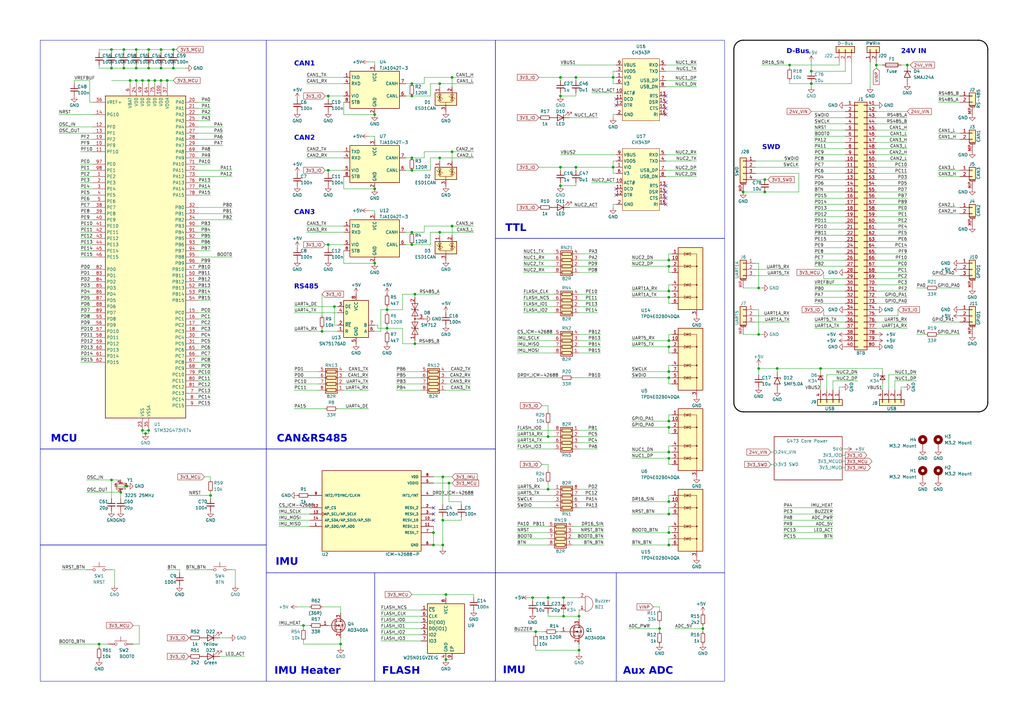
<source format=kicad_sch>
(kicad_sch (version 20231120) (generator "eeschema") (generator_version "8.0")
  (paper "A3")
  (junction (at 52.07 199.39))
  (junction (at 168.91 95.25))
  (junction (at 55.88 27.94))
  (junction (at 274.32 106.68))
  (junction (at 45.72 20.32))
  (junction (at 274.32 205.74))
  (junction (at 311.15 151.13))
  (junction (at 66.04 33.02))
  (junction (at 180.34 34.29))
  (junction (at 274.32 154.94))
  (junction (at 251.46 31.75))
  (junction (at 60.96 33.02))
  (junction (at 170.18 120.65))
  (junction (at 168.91 100.33))
  (junction (at 274.32 175.26))
  (junction (at 182.88 243.84))
  (junction (at 177.8 223.52))
  (junction (at 218.44 245.11))
  (junction (at 177.8 218.44))
  (junction (at 55.88 33.02))
  (junction (at 132.08 135.89))
  (junction (at 124.46 256.54))
  (junction (at 63.5 33.02))
  (junction (at 184.15 198.12))
  (junction (at 58.42 33.02))
  (junction (at 229.87 76.2))
  (junction (at 229.87 31.75))
  (junction (at 274.32 187.96))
  (junction (at 139.7 264.16))
  (junction (at 236.22 31.75))
  (junction (at 323.85 26.67))
  (junction (at 86.36 203.2))
  (junction (at 49.53 201.93))
  (junction (at 50.8 20.32))
  (junction (at 60.96 20.32))
  (junction (at 318.77 151.13))
  (junction (at 313.69 78.74))
  (junction (at 181.61 213.36))
  (junction (at 66.04 27.94))
  (junction (at 66.04 20.32))
  (junction (at 359.41 26.67))
  (junction (at 274.32 172.72))
  (junction (at 274.32 218.44))
  (junction (at 168.91 64.77))
  (junction (at 153.67 46.99))
  (junction (at 60.96 176.53))
  (junction (at 336.55 151.13))
  (junction (at 332.74 34.29))
  (junction (at 311.15 137.16))
  (junction (at 153.67 107.95))
  (junction (at 55.88 20.32))
  (junction (at 45.72 27.94))
  (junction (at 58.42 176.53))
  (junction (at 224.79 200.66))
  (junction (at 181.61 195.58))
  (junction (at 185.42 92.71))
  (junction (at 40.64 264.16))
  (junction (at 274.32 185.42))
  (junction (at 237.49 266.7))
  (junction (at 153.67 77.47))
  (junction (at 237.49 252.73))
  (junction (at 304.8 78.74))
  (junction (at 45.72 196.85))
  (junction (at 274.32 109.22))
  (junction (at 229.87 68.58))
  (junction (at 182.88 270.51))
  (junction (at 274.32 121.92))
  (junction (at 134.62 39.37))
  (junction (at 158.75 134.62))
  (junction (at 53.34 33.02))
  (junction (at 71.12 27.94))
  (junction (at 59.69 177.8))
  (junction (at 274.32 210.82))
  (junction (at 170.18 140.97))
  (junction (at 274.32 223.52))
  (junction (at 219.71 259.08))
  (junction (at 185.42 62.23))
  (junction (at 274.32 152.4))
  (junction (at 168.91 34.29))
  (junction (at 288.29 257.81))
  (junction (at 251.46 68.58))
  (junction (at 180.34 64.77))
  (junction (at 168.91 39.37))
  (junction (at 137.16 125.73))
  (junction (at 134.62 100.33))
  (junction (at 224.79 245.11))
  (junction (at 231.14 252.73))
  (junction (at 274.32 119.38))
  (junction (at 372.11 26.67))
  (junction (at 229.87 39.37))
  (junction (at 274.32 139.7))
  (junction (at 274.32 142.24))
  (junction (at 311.15 118.11))
  (junction (at 224.79 179.07))
  (junction (at 231.14 245.11))
  (junction (at 180.34 95.25))
  (junction (at 134.62 69.85))
  (junction (at 332.74 29.21))
  (junction (at 60.96 27.94))
  (junction (at 185.42 31.75))
  (junction (at 158.75 127))
  (junction (at 313.69 73.66))
  (junction (at 71.12 20.32))
  (junction (at 68.58 33.02))
  (junction (at 181.61 223.52))
  (junction (at 50.8 27.94))
  (junction (at 168.91 69.85))
  (junction (at 236.22 68.58))
  (junction (at 270.51 257.81))
  (no_connect (at 273.05 78.74))
  (no_connect (at 252.73 43.18))
  (no_connect (at 177.8 210.82))
  (no_connect (at 177.8 208.28))
  (no_connect (at 273.05 81.28))
  (no_connect (at 252.73 80.01))
  (no_connect (at 273.05 41.91))
  (no_connect (at 252.73 40.64))
  (no_connect (at 273.05 39.37))
  (no_connect (at 177.8 213.36))
  (no_connect (at 273.05 76.2))
  (no_connect (at 273.05 46.99))
  (no_connect (at 273.05 44.45))
  (no_connect (at 273.05 83.82))
  (no_connect (at 252.73 77.47))
  (wire (pts (xy 86.36 46.99) (xy 81.28 46.99)))
  (wire (pts (xy 40.64 27.94) (xy 40.64 26.67)))
  (wire (pts (xy 137.16 133.35) (xy 137.16 125.73)))
  (wire (pts (xy 359.41 101.6) (xy 372.11 101.6)))
  (wire (pts (xy 372.11 53.34) (xy 359.41 53.34)))
  (wire (pts (xy 33.02 67.31) (xy 38.1 67.31)))
  (wire (pts (xy 139.7 248.92) (xy 139.7 251.46)))
  (wire (pts (xy 359.41 96.52) (xy 372.11 96.52)))
  (wire (pts (xy 334.01 116.84) (xy 346.71 116.84)))
  (wire (pts (xy 180.34 95.25) (xy 194.31 95.25)))
  (wire (pts (xy 311.15 118.11) (xy 311.15 107.95)))
  (wire (pts (xy 274.32 205.74) (xy 275.59 205.74)))
  (wire (pts (xy 236.22 68.58) (xy 251.46 68.58)))
  (wire (pts (xy 86.36 195.58) (xy 86.36 196.85)))
  (wire (pts (xy 120.65 157.48) (xy 130.81 157.48)))
  (wire (pts (xy 245.11 208.28) (xy 237.49 208.28)))
  (wire (pts (xy 251.46 48.26) (xy 251.46 46.99)))
  (wire (pts (xy 71.12 21.59) (xy 71.12 20.32)))
  (wire (pts (xy 134.62 100.33) (xy 140.97 100.33)))
  (wire (pts (xy 274.32 119.38) (xy 275.59 119.38)))
  (wire (pts (xy 237.49 142.24) (xy 246.38 142.24)))
  (wire (pts (xy 274.32 152.4) (xy 275.59 152.4)))
  (wire (pts (xy 382.27 113.03) (xy 393.7 113.03)))
  (wire (pts (xy 224.79 166.37) (xy 224.79 168.91)))
  (wire (pts (xy 334.01 134.62) (xy 346.71 134.62)))
  (wire (pts (xy 314.96 73.66) (xy 313.69 73.66)))
  (wire (pts (xy 182.88 157.48) (xy 193.04 157.48)))
  (wire (pts (xy 166.37 69.85) (xy 168.91 69.85)))
  (wire (pts (xy 274.32 190.5) (xy 274.32 187.96)))
  (wire (pts (xy 55.88 27.94) (xy 50.8 27.94)))
  (wire (pts (xy 45.72 233.68) (xy 46.99 233.68)))
  (wire (pts (xy 132.08 135.89) (xy 138.43 135.89)))
  (wire (pts (xy 274.32 137.16) (xy 274.32 139.7)))
  (wire (pts (xy 220.98 31.75) (xy 229.87 31.75)))
  (wire (pts (xy 372.11 60.96) (xy 359.41 60.96)))
  (wire (pts (xy 120.65 152.4) (xy 130.81 152.4)))
  (wire (pts (xy 344.17 158.75) (xy 345.44 158.75)))
  (wire (pts (xy 364.49 153.67) (xy 364.49 160.02)))
  (wire (pts (xy 276.86 257.81) (xy 288.29 257.81)))
  (wire (pts (xy 334.01 104.14) (xy 346.71 104.14)))
  (wire (pts (xy 372.11 45.72) (xy 359.41 45.72)))
  (wire (pts (xy 45.72 27.94) (xy 40.64 27.94)))
  (wire (pts (xy 33.02 123.19) (xy 38.1 123.19)))
  (wire (pts (xy 63.5 33.02) (xy 66.04 33.02)))
  (wire (pts (xy 212.09 144.78) (xy 227.33 144.78)))
  (wire (pts (xy 168.91 243.84) (xy 182.88 243.84)))
  (wire (pts (xy 359.41 26.67) (xy 359.41 25.4)))
  (wire (pts (xy 86.36 203.2) (xy 86.36 204.47)))
  (wire (pts (xy 177.8 223.52) (xy 177.8 218.44)))
  (wire (pts (xy 168.91 95.25) (xy 166.37 95.25)))
  (wire (pts (xy 372.11 78.74) (xy 359.41 78.74)))
  (wire (pts (xy 173.99 64.77) (xy 168.91 64.77)))
  (wire (pts (xy 81.28 118.11) (xy 86.36 118.11)))
  (wire (pts (xy 234.95 215.9) (xy 247.65 215.9)))
  (wire (pts (xy 96.52 233.68) (xy 95.25 233.68)))
  (wire (pts (xy 359.41 26.67) (xy 359.41 27.94)))
  (wire (pts (xy 219.71 259.08) (xy 223.52 259.08)))
  (wire (pts (xy 35.56 196.85) (xy 45.72 196.85)))
  (wire (pts (xy 86.36 41.91) (xy 81.28 41.91)))
  (wire (pts (xy 251.46 71.12) (xy 251.46 68.58)))
  (wire (pts (xy 153.67 135.89) (xy 156.21 135.89)))
  (wire (pts (xy 312.42 118.11) (xy 311.15 118.11)))
  (wire (pts (xy 60.96 26.67) (xy 60.96 27.94)))
  (wire (pts (xy 237.49 245.11) (xy 231.14 245.11)))
  (wire (pts (xy 285.75 26.67) (xy 273.05 26.67)))
  (wire (pts (xy 274.32 210.82) (xy 275.59 210.82)))
  (wire (pts (xy 40.64 20.32) (xy 40.64 21.59)))
  (wire (pts (xy 33.02 110.49) (xy 38.1 110.49)))
  (wire (pts (xy 133.35 69.85) (xy 134.62 69.85)))
  (wire (pts (xy 162.56 154.94) (xy 172.72 154.94)))
  (wire (pts (xy 242.57 74.93) (xy 252.73 74.93)))
  (wire (pts (xy 345.44 186.69) (xy 346.71 186.69)))
  (wire (pts (xy 140.97 46.99) (xy 153.67 46.99)))
  (wire (pts (xy 316.23 185.42) (xy 317.5 185.42)))
  (wire (pts (xy 120.65 167.64) (xy 133.35 167.64)))
  (wire (pts (xy 36.83 41.91) (xy 38.1 41.91)))
  (wire (pts (xy 393.7 137.16) (xy 384.81 137.16)))
  (wire (pts (xy 359.41 111.76) (xy 372.11 111.76)))
  (wire (pts (xy 361.95 151.13) (xy 361.95 152.4)))
  (wire (pts (xy 49.53 201.93) (xy 49.53 204.47)))
  (wire (pts (xy 91.44 54.61) (xy 81.28 54.61)))
  (wire (pts (xy 86.36 64.77) (xy 81.28 64.77)))
  (wire (pts (xy 120.65 160.02) (xy 130.81 160.02)))
  (wire (pts (xy 33.02 59.69) (xy 38.1 59.69)))
  (wire (pts (xy 33.02 100.33) (xy 38.1 100.33)))
  (wire (pts (xy 237.49 144.78) (xy 246.38 144.78)))
  (wire (pts (xy 57.15 256.54) (xy 57.15 264.16)))
  (wire (pts (xy 334.01 66.04) (xy 346.71 66.04)))
  (wire (pts (xy 185.42 92.71) (xy 194.31 92.71)))
  (wire (pts (xy 66.04 27.94) (xy 60.96 27.94)))
  (wire (pts (xy 168.91 39.37) (xy 176.53 39.37)))
  (wire (pts (xy 194.31 243.84) (xy 194.31 245.11)))
  (wire (pts (xy 359.41 86.36) (xy 372.11 86.36)))
  (wire (pts (xy 124.46 264.16) (xy 139.7 264.16)))
  (wire (pts (xy 344.17 26.67) (xy 344.17 25.4)))
  (wire (pts (xy 214.63 109.22) (xy 227.33 109.22)))
  (wire (pts (xy 229.87 31.75) (xy 229.87 33.02)))
  (wire (pts (xy 252.73 71.12) (xy 251.46 71.12)))
  (wire (pts (xy 158.75 134.62) (xy 158.75 135.89)))
  (wire (pts (xy 217.17 245.11) (xy 218.44 245.11)))
  (wire (pts (xy 46.99 199.39) (xy 52.07 199.39)))
  (wire (pts (xy 346.71 50.8) (xy 334.01 50.8)))
  (wire (pts (xy 30.48 34.29) (xy 30.48 33.02)))
  (wire (pts (xy 168.91 34.29) (xy 166.37 34.29)))
  (wire (pts (xy 212.09 137.16) (xy 227.33 137.16)))
  (wire (pts (xy 245.11 205.74) (xy 237.49 205.74)))
  (wire (pts (xy 375.92 153.67) (xy 364.49 153.67)))
  (wire (pts (xy 334.01 63.5) (xy 346.71 63.5)))
  (wire (pts (xy 237.49 137.16) (xy 246.38 137.16)))
  (wire (pts (xy 121.92 248.92) (xy 127 248.92)))
  (wire (pts (xy 50.8 21.59) (xy 50.8 20.32)))
  (wire (pts (xy 114.3 213.36) (xy 127 213.36)))
  (wire (pts (xy 323.85 33.02) (xy 323.85 34.29)))
  (wire (pts (xy 81.28 52.07) (xy 91.44 52.07)))
  (wire (pts (xy 68.58 233.68) (xy 73.66 233.68)))
  (wire (pts (xy 237.49 109.22) (xy 245.11 109.22)))
  (wire (pts (xy 66.04 20.32) (xy 60.96 20.32)))
  (wire (pts (xy 185.42 31.75) (xy 185.42 35.56)))
  (wire (pts (xy 311.15 137.16) (xy 304.8 137.16)))
  (wire (pts (xy 55.88 20.32) (xy 50.8 20.32)))
  (wire (pts (xy 120.65 154.94) (xy 130.81 154.94)))
  (wire (pts (xy 270.51 257.81) (xy 270.51 259.08)))
  (wire (pts (xy 86.36 161.29) (xy 81.28 161.29)))
  (wire (pts (xy 180.34 64.77) (xy 180.34 66.04)))
  (wire (pts (xy 173.99 62.23) (xy 173.99 64.77)))
  (wire (pts (xy 318.77 151.13) (xy 336.55 151.13)))
  (wire (pts (xy 214.63 128.27) (xy 227.33 128.27)))
  (wire (pts (xy 384.81 85.09) (xy 393.7 85.09)))
  (wire (pts (xy 68.58 33.02) (xy 68.58 34.29)))
  (wire (pts (xy 372.11 63.5) (xy 359.41 63.5)))
  (wire (pts (xy 140.97 154.94) (xy 151.13 154.94)))
  (wire (pts (xy 236.22 76.2) (xy 236.22 74.93)))
  (wire (pts (xy 334.01 58.42) (xy 346.71 58.42)))
  (wire (pts (xy 384.81 41.91) (xy 393.7 41.91)))
  (wire (pts (xy 166.37 100.33) (xy 168.91 100.33)))
  (wire (pts (xy 339.09 153.67) (xy 339.09 160.02)))
  (wire (pts (xy 334.01 68.58) (xy 346.71 68.58)))
  (wire (pts (xy 274.32 149.86) (xy 274.32 152.4)))
  (wire (pts (xy 86.36 163.83) (xy 81.28 163.83)))
  (wire (pts (xy 55.88 26.67) (xy 55.88 27.94)))
  (wire (pts (xy 359.41 104.14) (xy 372.11 104.14)))
  (wire (pts (xy 372.11 26.67) (xy 373.38 26.67)))
  (wire (pts (xy 58.42 176.53) (xy 60.96 176.53)))
  (wire (pts (xy 182.88 152.4) (xy 193.04 152.4)))
  (wire (pts (xy 274.32 177.8) (xy 274.32 175.26)))
  (wire (pts (xy 251.46 31.75) (xy 252.73 31.75)))
  (wire (pts (xy 45.72 33.02) (xy 53.34 33.02)))
  (wire (pts (xy 86.36 140.97) (xy 81.28 140.97)))
  (wire (pts (xy 323.85 113.03) (xy 309.88 113.03)))
  (wire (pts (xy 224.79 245.11) (xy 231.14 245.11)))
  (wire (pts (xy 182.88 160.02) (xy 193.04 160.02)))
  (wire (pts (xy 180.34 34.29) (xy 180.34 35.56)))
  (wire (pts (xy 124.46 256.54) (xy 127 256.54)))
  (wire (pts (xy 125.73 92.71) (xy 140.97 92.71)))
  (wire (pts (xy 176.53 64.77) (xy 180.34 64.77)))
  (wire (pts (xy 372.11 71.12) (xy 359.41 71.12)))
  (wire (pts (xy 60.96 176.53) (xy 60.96 177.8)))
  (wire (pts (xy 45.72 21.59) (xy 45.72 20.32)))
  (wire (pts (xy 359.41 99.06) (xy 372.11 99.06)))
  (wire (pts (xy 341.63 156.21) (xy 341.63 160.02)))
  (wire (pts (xy 50.8 27.94) (xy 45.72 27.94)))
  (wire (pts (xy 334.01 119.38) (xy 346.71 119.38)))
  (wire (pts (xy 55.88 21.59) (xy 55.88 20.32)))
  (wire (pts (xy 170.18 140.97) (xy 170.18 139.7)))
  (wire (pts (xy 285.75 66.04) (xy 273.05 66.04)))
  (wire (pts (xy 86.36 151.13) (xy 81.28 151.13)))
  (wire (pts (xy 384.81 69.85) (xy 393.7 69.85)))
  (wire (pts (xy 273.05 69.85) (xy 285.75 69.85)))
  (wire (pts (xy 224.79 252.73) (xy 224.79 251.46)))
  (polyline (pts (xy 405.13 20.32) (xy 405.13 165.1)) (stroke (width 0.4) (color 0 0 0 1)))
  (wire (pts (xy 125.73 95.25) (xy 140.97 95.25)))
  (wire (pts (xy 229.87 38.1) (xy 229.87 39.37)))
  (wire (pts (xy 311.15 118.11) (xy 304.8 118.11)))
  (wire (pts (xy 224.79 200.66) (xy 227.33 200.66)))
  (wire (pts (xy 33.02 87.63) (xy 38.1 87.63)))
  (wire (pts (xy 158.75 133.35) (xy 158.75 134.62)))
  (wire (pts (xy 182.88 154.94) (xy 193.04 154.94)))
  (wire (pts (xy 189.23 207.01) (xy 189.23 205.74)))
  (wire (pts (xy 158.75 125.73) (xy 158.75 127)))
  (wire (pts (xy 33.02 135.89) (xy 38.1 135.89)))
  (wire (pts (xy 86.36 133.35) (xy 81.28 133.35)))
  (wire (pts (xy 139.7 264.16) (xy 139.7 261.62)))
  (wire (pts (xy 393.7 118.11) (xy 384.81 118.11)))
  (wire (pts (xy 332.74 25.4) (xy 332.74 29.21)))
  (wire (pts (xy 259.08 106.68) (xy 274.32 106.68)))
  (wire (pts (xy 166.37 39.37) (xy 168.91 39.37)))
  (wire (pts (xy 177.8 218.44) (xy 177.8 215.9)))
  (wire (pts (xy 259.08 185.42) (xy 274.32 185.42)))
  (wire (pts (xy 251.46 83.82) (xy 252.73 83.82)))
  (wire (pts (xy 375.92 118.11) (xy 379.73 118.11)))
  (wire (pts (xy 168.91 100.33) (xy 176.53 100.33)))
  (wire (pts (xy 68.58 33.02) (xy 71.12 33.02)))
  (wire (pts (xy 95.25 105.41) (xy 81.28 105.41)))
  (wire (pts (xy 165.1 120.65) (xy 170.18 120.65)))
  (wire (pts (xy 57.15 264.16) (xy 54.61 264.16)))
  (wire (pts (xy 86.36 113.03) (xy 81.28 113.03)))
  (wire (pts (xy 259.08 154.94) (xy 274.32 154.94)))
  (wire (pts (xy 274.32 144.78) (xy 274.32 142.24)))
  (wire (pts (xy 274.32 109.22) (xy 275.59 109.22)))
  (wire (pts (xy 321.31 208.28) (xy 341.63 208.28)))
  (wire (pts (xy 153.67 25.4) (xy 153.67 26.67)))
  (wire (pts (xy 251.46 34.29) (xy 251.46 31.75)))
  (wire (pts (xy 332.74 45.72) (xy 346.71 45.72)))
  (wire (pts (xy 312.42 137.16) (xy 311.15 137.16)))
  (wire (pts (xy 180.34 64.77) (xy 194.31 64.77)))
  (wire (pts (xy 337.82 127) (xy 337.82 129.54)))
  (wire (pts (xy 275.59 177.8) (xy 274.32 177.8)))
  (wire (pts (xy 245.11 181.61) (xy 237.49 181.61)))
  (wire (pts (xy 86.36 120.65) (xy 81.28 120.65)))
  (wire (pts (xy 275.59 182.88) (xy 274.32 182.88)))
  (wire (pts (xy 173.99 92.71) (xy 185.42 92.71)))
  (wire (pts (xy 356.87 25.4) (xy 356.87 35.56)))
  (wire (pts (xy 33.02 102.87) (xy 38.1 102.87)))
  (wire (pts (xy 151.13 55.88) (xy 153.67 55.88)))
  (wire (pts (xy 274.32 175.26) (xy 275.59 175.26)))
  (wire (pts (xy 86.36 158.75) (xy 81.28 158.75)))
  (wire (pts (xy 274.32 182.88) (xy 274.32 185.42)))
  (wire (pts (xy 236.22 31.75) (xy 251.46 31.75)))
  (wire (pts (xy 274.32 223.52) (xy 275.59 223.52)))
  (wire (pts (xy 134.62 39.37) (xy 140.97 39.37)))
  (wire (pts (xy 359.41 83.82) (xy 372.11 83.82)))
  (wire (pts (xy 346.71 48.26) (xy 334.01 48.26)))
  (wire (pts (xy 212.09 181.61) (xy 227.33 181.61)))
  (wire (pts (xy 132.08 248.92) (xy 139.7 248.92)))
  (wire (pts (xy 33.02 74.93) (xy 38.1 74.93)))
  (wire (pts (xy 359.41 124.46) (xy 372.11 124.46)))
  (wire (pts (xy 359.41 121.92) (xy 372.11 121.92)))
  (wire (pts (xy 214.63 111.76) (xy 227.33 111.76)))
  (wire (pts (xy 214.63 123.19) (xy 227.33 123.19)))
  (wire (pts (xy 177.8 198.12) (xy 184.15 198.12)))
  (wire (pts (xy 234.95 223.52) (xy 247.65 223.52)))
  (wire (pts (xy 372.11 68.58) (xy 359.41 68.58)))
  (wire (pts (xy 66.04 26.67) (xy 66.04 27.94)))
  (wire (pts (xy 229.87 74.93) (xy 229.87 76.2)))
  (wire (pts (xy 337.82 129.54) (xy 346.71 129.54)))
  (wire (pts (xy 231.14 245.11) (xy 231.14 246.38)))
  (wire (pts (xy 85.09 233.68) (xy 76.2 233.68)))
  (wire (pts (xy 332.74 34.29) (xy 332.74 35.56)))
  (wire (pts (xy 134.62 100.33) (xy 134.62 101.6)))
  (wire (pts (xy 218.44 245.11) (xy 218.44 246.38)))
  (wire (pts (xy 311.15 149.86) (xy 311.15 151.13)))
  (wire (pts (xy 227.33 208.28) (xy 212.09 208.28)))
  (wire (pts (xy 219.71 265.43) (xy 219.71 266.7)))
  (wire (pts (xy 81.28 74.93) (xy 86.36 74.93)))
  (wire (pts (xy 312.42 26.67) (xy 323.85 26.67)))
  (wire (pts (xy 125.73 62.23) (xy 140.97 62.23)))
  (wire (pts (xy 274.32 208.28) (xy 274.32 210.82)))
  (wire (pts (xy 173.99 31.75) (xy 173.99 34.29)))
  (wire (pts (xy 46.99 233.68) (xy 46.99 240.03)))
  (wire (pts (xy 332.74 34.29) (xy 349.25 34.29)))
  (wire (pts (xy 63.5 33.02) (xy 63.5 34.29)))
  (wire (pts (xy 35.56 201.93) (xy 49.53 201.93)))
  (wire (pts (xy 316.23 190.5) (xy 317.5 190.5)))
  (wire (pts (xy 33.02 128.27) (xy 38.1 128.27)))
  (wire (pts (xy 176.53 64.77) (xy 176.53 69.85)))
  (wire (pts (xy 237.49 184.15) (xy 245.11 184.15)))
  (wire (pts (xy 245.11 203.2) (xy 237.49 203.2)))
  (wire (pts (xy 86.36 123.19) (xy 81.28 123.19)))
  (wire (pts (xy 382.27 132.08) (xy 393.7 132.08)))
  (wire (pts (xy 170.18 120.65) (xy 170.18 121.92)))
  (wire (pts (xy 237.49 123.19) (xy 245.11 123.19)))
  (wire (pts (xy 33.02 118.11) (xy 38.1 118.11)))
  (wire (pts (xy 33.02 138.43) (xy 38.1 138.43)))
  (wire (pts (xy 233.68 48.26) (xy 245.11 48.26)))
  (wire (pts (xy 91.44 57.15) (xy 81.28 57.15)))
  (wire (pts (xy 55.88 34.29) (xy 55.88 33.02)))
  (wire (pts (xy 173.99 31.75) (xy 185.42 31.75)))
  (wire (pts (xy 156.21 255.27) (xy 172.72 255.27)))
  (wire (pts (xy 138.43 167.64) (xy 151.13 167.64)))
  (wire (pts (xy 237.49 176.53) (xy 245.11 176.53)))
  (wire (pts (xy 114.3 210.82) (xy 127 210.82)))
  (wire (pts (xy 71.12 20.32) (xy 72.39 20.32)))
  (wire (pts (xy 173.99 34.29) (xy 168.91 34.29)))
  (wire (pts (xy 237.49 139.7) (xy 246.38 139.7)))
  (wire (pts (xy 237.49 266.7) (xy 237.49 267.97)))
  (wire (pts (xy 134.62 39.37) (xy 134.62 40.64)))
  (wire (pts (xy 120.65 135.89) (xy 132.08 135.89)))
  (wire (pts (xy 275.59 149.86) (xy 274.32 149.86)))
  (wire (pts (xy 180.34 95.25) (xy 180.34 96.52)))
  (wire (pts (xy 30.48 33.02) (xy 36.83 33.02)))
  (wire (pts (xy 95.25 85.09) (xy 81.28 85.09)))
  (wire (pts (xy 71.12 27.94) (xy 66.04 27.94)))
  (wire (pts (xy 229.87 31.75) (xy 236.22 31.75)))
  (wire (pts (xy 132.08 134.62) (xy 132.08 135.89)))
  (wire (pts (xy 86.36 110.49) (xy 81.28 110.49)))
  (polyline (pts (xy 304.8 16.51) (xy 401.32 16.51)) (stroke (width 0.4) (color 0 0 0 1)))
  (wire (pts (xy 351.79 153.67) (xy 339.09 153.67)))
  (wire (pts (xy 53.34 34.29) (xy 53.34 33.02)))
  (wire (pts (xy 237.49 250.19) (xy 237.49 252.73)))
  (wire (pts (xy 176.53 95.25) (xy 180.34 95.25)))
  (wire (pts (xy 219.71 266.7) (xy 237.49 266.7)))
  (wire (pts (xy 275.59 208.28) (xy 274.32 208.28)))
  (wire (pts (xy 337.82 114.3) (xy 346.71 114.3)))
  (wire (pts (xy 140.97 160.02) (xy 151.13 160.02)))
  (wire (pts (xy 334.01 91.44) (xy 346.71 91.44)))
  (wire (pts (xy 327.66 68.58) (xy 309.88 68.58)))
  (wire (pts (xy 180.34 34.29) (xy 194.31 34.29)))
  (wire (pts (xy 184.15 198.12) (xy 184.15 205.74)))
  (wire (pts (xy 237.49 128.27) (xy 245.11 128.27)))
  (wire (pts (xy 86.36 92.71) (xy 81.28 92.71)))
  (wire (pts (xy 251.46 29.21) (xy 251.46 31.75)))
  (wire (pts (xy 218.44 245.11) (xy 224.79 245.11)))
  (wire (pts (xy 210.82 259.08) (xy 219.71 259.08)))
  (wire (pts (xy 321.31 213.36) (xy 341.63 213.36)))
  (wire (pts (xy 90.17 269.24) (xy 100.33 269.24)))
  (wire (pts (xy 81.28 102.87) (xy 86.36 102.87)))
  (wire (pts (xy 33.02 113.03) (xy 38.1 113.03)))
  (wire (pts (xy 267.97 248.92) (xy 270.51 248.92)))
  (wire (pts (xy 81.28 69.85) (xy 95.25 69.85)))
  (wire (pts (xy 224.79 173.99) (xy 224.79 179.07)))
  (wire (pts (xy 345.44 184.15) (xy 346.71 184.15)))
  (wire (pts (xy 372.11 50.8) (xy 359.41 50.8)))
  (wire (pts (xy 228.6 259.08) (xy 229.87 259.08)))
  (wire (pts (xy 165.1 134.62) (xy 165.1 140.97)))
  (wire (pts (xy 173.99 92.71) (xy 173.99 95.25)))
  (wire (pts (xy 162.56 157.48) (xy 172.72 157.48)))
  (wire (pts (xy 372.11 48.26) (xy 359.41 48.26)))
  (wire (pts (xy 54.61 256.54) (xy 57.15 256.54)))
  (wire (pts (xy 237.49 111.76) (xy 245.11 111.76)))
  (wire (pts (xy 231.14 251.46) (xy 231.14 252.73)))
  (polyline (pts (xy 300.99 20.32) (xy 300.99 165.1)) (stroke (width 0.4) (color 0 0 0 1)))
  (wire (pts (xy 33.02 85.09) (xy 38.1 85.09)))
  (wire (pts (xy 336.55 152.4) (xy 336.55 151.13)))
  (wire (pts (xy 86.36 156.21) (xy 81.28 156.21)))
  (wire (pts (xy 138.43 133.35) (xy 137.16 133.35)))
  (wire (pts (xy 332.74 29.21) (xy 346.71 29.21)))
  (wire (pts (xy 259.08 205.74) (xy 274.32 205.74)))
  (wire (pts (xy 96.52 233.68) (xy 96.52 240.03)))
  (wire (pts (xy 168.91 64.77) (xy 166.37 64.77)))
  (wire (pts (xy 236.22 39.37) (xy 236.22 38.1)))
  (wire (pts (xy 359.41 106.68) (xy 372.11 106.68)))
  (wire (pts (xy 125.73 64.77) (xy 140.97 64.77)))
  (wire (pts (xy 372.11 132.08) (xy 359.41 132.08)))
  (wire (pts (xy 36.83 33.02) (xy 36.83 41.91)))
  (wire (pts (xy 71.12 26.67) (xy 71.12 27.94)))
  (wire (pts (xy 86.36 128.27) (xy 81.28 128.27)))
  (wire (pts (xy 212.09 215.9) (xy 224.79 215.9)))
  (wire (pts (xy 372.11 55.88) (xy 359.41 55.88)))
  (wire (pts (xy 275.59 137.16) (xy 274.32 137.16)))
  (wire (pts (xy 33.02 62.23) (xy 38.1 62.23)))
  (wire (pts (xy 86.36 135.89) (xy 81.28 135.89)))
  (wire (pts (xy 384.81 39.37) (xy 393.7 39.37)))
  (wire (pts (xy 237.49 104.14) (xy 245.11 104.14)))
  (wire (pts (xy 33.02 97.79) (xy 38.1 97.79)))
  (wire (pts (xy 359.41 116.84) (xy 372.11 116.84)))
  (wire (pts (xy 336.55 157.48) (xy 336.55 160.02)))
  (wire (pts (xy 372.11 66.04) (xy 359.41 66.04)))
  (wire (pts (xy 86.36 201.93) (xy 86.36 203.2)))
  (wire (pts (xy 214.63 106.68) (xy 227.33 106.68)))
  (wire (pts (xy 158.75 134.62) (xy 165.1 134.62)))
  (wire (pts (xy 212.09 220.98) (xy 224.79 220.98)))
  (wire (pts (xy 50.8 26.67) (xy 50.8 27.94)))
  (wire (pts (xy 270.51 248.92) (xy 270.51 250.19)))
  (wire (pts (xy 274.32 139.7) (xy 275.59 139.7)))
  (wire (pts (xy 185.42 62.23) (xy 194.31 62.23)))
  (wire (pts (xy 275.59 170.18) (xy 274.32 170.18)))
  (wire (pts (xy 66.04 21.59) (xy 66.04 20.32)))
  (wire (pts (xy 311.15 151.13) (xy 311.15 153.67)))
  (wire (pts (xy 237.49 264.16) (xy 237.49 266.7)))
  (wire (pts (xy 25.4 233.68) (xy 35.56 233.68)))
  (wire (pts (xy 212.09 154.94) (xy 229.87 154.94)))
  (wire (pts (xy 219.71 260.35) (xy 219.71 259.08)))
  (wire (pts (xy 368.3 129.54) (xy 359.41 129.54)))
  (wire (pts (xy 214.63 104.14) (xy 227.33 104.14)))
  (wire (pts (xy 227.33 203.2) (xy 212.09 203.2)))
  (wire (pts (xy 259.08 172.72) (xy 274.32 172.72)))
  (wire (pts (xy 140.97 41.91) (xy 140.97 46.99)))
  (wire (pts (xy 154.94 134.62) (xy 154.94 133.35)))
  (wire (pts (xy 334.01 86.36) (xy 346.71 86.36)))
  (wire (pts (xy 259.08 142.24) (xy 274.32 142.24)))
  (wire (pts (xy 189.23 213.36) (xy 189.23 212.09)))
  (wire (pts (xy 334.01 53.34) (xy 346.71 53.34)))
  (wire (pts (xy 311.15 137.16) (xy 311.15 127)))
  (wire (pts (xy 86.36 143.51) (xy 81.28 143.51)))
  (wire (pts (xy 60.96 21.59) (xy 60.96 20.32)))
  (wire (pts (xy 81.28 62.23) (xy 86.36 62.23)))
  (wire (pts (xy 337.82 111.76) (xy 337.82 114.3)))
  (wire (pts (xy 346.71 29.21) (xy 346.71 25.4)))
  (wire (pts (xy 251.46 46.99) (xy 252.73 46.99)))
  (wire (pts (xy 313.69 73.66) (xy 309.88 73.66)))
  (wire (pts (xy 185.42 31.75) (xy 194.31 31.75)))
  (wire (pts (xy 212.09 179.07) (xy 224.79 179.07)))
  (wire (pts (xy 275.59 203.2) (xy 274.32 203.2)))
  (wire (pts (xy 222.25 166.37) (xy 224.79 166.37)))
  (wire (pts (xy 170.18 120.65) (xy 180.34 120.65)))
  (wire (pts (xy 182.88 270.51) (xy 185.42 270.51)))
  (wire (pts (xy 154.94 134.62) (xy 158.75 134.62)))
  (wire (pts (xy 321.31 215.9) (xy 341.63 215.9)))
  (wire (pts (xy 229.87 26.67) (xy 252.73 26.67)))
  (wire (pts (xy 86.36 49.53) (xy 81.28 49.53)))
  (wire (pts (xy 237.49 125.73) (xy 245.11 125.73)))
  (wire (pts (xy 323.85 26.67) (xy 344.17 26.67)))
  (wire (pts (xy 33.02 105.41) (xy 38.1 105.41)))
  (wire (pts (xy 359.41 91.44) (xy 372.11 91.44)))
  (wire (pts (xy 251.46 85.09) (xy 251.46 83.82)))
  (wire (pts (xy 229.87 39.37) (xy 236.22 39.37)))
  (wire (pts (xy 120.65 125.73) (xy 137.16 125.73)))
  (wire (pts (xy 274.32 111.76) (xy 274.32 109.22)))
  (wire (pts (xy 86.36 146.05) (xy 81.28 146.05)))
  (wire (pts (xy 369.57 158.75) (xy 370.84 158.75)))
  (wire (pts (xy 33.02 120.65) (xy 38.1 120.65)))
  (wire (pts (xy 212.09 218.44) (xy 224.79 218.44)))
  (wire (pts (xy 86.36 97.79) (xy 81.28 97.79)))
  (wire (pts (xy 214.63 125.73) (xy 227.33 125.73)))
  (wire (pts (xy 224.79 252.73) (xy 231.14 252.73)))
  (wire (pts (xy 334.01 55.88) (xy 346.71 55.88)))
  (wire (pts (xy 359.41 134.62) (xy 372.11 134.62)))
  (wire (pts (xy 24.13 52.07) (xy 38.1 52.07)))
  (wire (pts (xy 77.47 203.2) (xy 86.36 203.2)))
  (wire (pts (xy 259.08 139.7) (xy 274.32 139.7)))
  (wire (pts (xy 58.42 33.02) (xy 58.42 34.29)))
  (wire (pts (xy 275.59 144.78) (xy 274.32 144.78)))
  (wire (pts (xy 334.01 109.22) (xy 346.71 109.22)))
  (wire (pts (xy 275.59 215.9) (xy 274.32 215.9)))
  (wire (pts (xy 81.28 80.01) (xy 86.36 80.01)))
  (wire (pts (xy 83.82 195.58) (xy 86.36 195.58)))
  (wire (pts (xy 125.73 34.29) (xy 140.97 34.29)))
  (wire (pts (xy 71.12 20.32) (xy 66.04 20.32)))
  (wire (pts (xy 334.01 73.66) (xy 346.71 73.66)))
  (wire (pts (xy 259.08 187.96) (xy 274.32 187.96)))
  (wire (pts (xy 81.28 115.57) (xy 86.36 115.57)))
  (wire (pts (xy 274.32 172.72) (xy 275.59 172.72)))
  (wire (pts (xy 73.66 233.68) (xy 73.66 234.95)))
  (wire (pts (xy 50.8 20.32) (xy 45.72 20.32)))
  (wire (pts (xy 259.08 119.38) (xy 274.32 119.38)))
  (wire (pts (xy 124.46 257.81) (xy 124.46 256.54)))
  (wire (pts (xy 66.04 33.02) (xy 66.04 34.29)))
  (wire (pts (xy 24.13 46.99) (xy 38.1 46.99)))
  (wire (pts (xy 24.13 54.61) (xy 38.1 54.61)))
  (wire (pts (xy 236.22 68.58) (xy 236.22 69.85)))
  (wire (pts (xy 66.04 33.02) (xy 68.58 33.02)))
  (wire (pts (xy 24.13 264.16) (xy 40.64 264.16)))
  (wire (pts (xy 323.85 110.49) (xy 309.88 110.49)))
  (wire (pts (xy 224.79 245.11) (xy 224.79 246.38)))
  (wire (pts (xy 227.33 205.74) (xy 212.09 205.74)))
  (wire (pts (xy 259.08 175.26) (xy 274.32 175.26)))
  (wire (pts (xy 384.81 57.15) (xy 393.7 57.15)))
  (wire (pts (xy 189.23 205.74) (xy 184.15 205.74)))
  (wire (pts (xy 273.05 33.02) (xy 285.75 33.02)))
  (wire (pts (xy 349.25 34.29) (xy 349.25 25.4)))
  (wire (pts (xy 237.49 179.07) (xy 245.11 179.07)))
  (wire (pts (xy 313.69 78.74) (xy 304.8 78.74)))
  (wire (pts (xy 259.08 152.4) (xy 274.32 152.4)))
  (wire (pts (xy 334.01 93.98) (xy 346.71 93.98)))
  (wire (pts (xy 40.64 264.16) (xy 40.64 265.43)))
  (wire (pts (xy 359.41 119.38) (xy 372.11 119.38)))
  (wire (pts (xy 274.32 106.68) (xy 275.59 106.68)))
  (wire (pts (xy 165.1 127) (xy 165.1 120.65)))
  (wire (pts (xy 384.81 54.61) (xy 393.7 54.61)))
  (wire (pts (xy 137.16 125.73) (xy 138.43 125.73)))
  (wire (pts (xy 81.28 95.25) (xy 86.36 95.25)))
  (wire (pts (xy 274.32 170.18) (xy 274.32 172.72)))
  (wire (pts (xy 140.97 152.4) (xy 151.13 152.4)))
  (wire (pts (xy 259.08 210.82) (xy 274.32 210.82)))
  (wire (pts (xy 275.59 104.14) (xy 274.32 104.14)))
  (wire (pts (xy 156.21 257.81) (xy 172.72 257.81)))
  (wire (pts (xy 369.57 160.02) (xy 369.57 158.75)))
  (wire (pts (xy 334.01 121.92) (xy 346.71 121.92)))
  (wire (pts (xy 224.79 198.12) (xy 224.79 200.66)))
  (wire (pts (xy 270.51 255.27) (xy 270.51 257.81)))
  (wire (pts (xy 359.41 93.98) (xy 372.11 93.98)))
  (wire (pts (xy 53.34 33.02) (xy 55.88 33.02)))
  (wire (pts (xy 181.61 213.36) (xy 189.23 213.36)))
  (wire (pts (xy 257.81 257.81) (xy 270.51 257.81)))
  (wire (pts (xy 321.31 220.98) (xy 341.63 220.98)))
  (wire (pts (xy 176.53 34.29) (xy 176.53 39.37)))
  (wire (pts (xy 154.94 133.35) (xy 153.67 133.35)))
  (wire (pts (xy 60.96 27.94) (xy 55.88 27.94)))
  (wire (pts (xy 375.92 137.16) (xy 379.73 137.16)))
  (wire (pts (xy 212.09 139.7) (xy 227.33 139.7)))
  (wire (pts (xy 33.02 140.97) (xy 38.1 140.97)))
  (wire (pts (xy 114.3 256.54) (xy 124.46 256.54)))
  (wire (pts (xy 233.68 85.09) (xy 245.11 85.09)))
  (wire (pts (xy 274.32 203.2) (xy 274.32 205.74)))
  (wire (pts (xy 259.08 223.52) (xy 274.32 223.52)))
  (wire (pts (xy 58.42 177.8) (xy 59.69 177.8)))
  (wire (pts (xy 274.32 218.44) (xy 275.59 218.44)))
  (wire (pts (xy 86.36 67.31) (xy 81.28 67.31)))
  (wire (pts (xy 33.02 80.01) (xy 38.1 80.01)))
  (wire (pts (xy 234.95 220.98) (xy 247.65 220.98)))
  (wire (pts (xy 181.61 213.36) (xy 181.61 223.52)))
  (wire (pts (xy 372.11 58.42) (xy 359.41 58.42)))
  (wire (pts (xy 177.8 203.2) (xy 194.31 203.2)))
  (wire (pts (xy 274.32 187.96) (xy 275.59 187.96)))
  (wire (pts (xy 60.96 177.8) (xy 59.69 177.8)))
  (wire (pts (xy 40.64 264.16) (xy 44.45 264.16)))
  (wire (pts (xy 151.13 25.4) (xy 153.67 25.4)))
  (wire (pts (xy 33.02 146.05) (xy 38.1 146.05)))
  (wire (pts (xy 311.15 107.95) (xy 309.88 107.95)))
  (wire (pts (xy 33.02 82.55) (xy 38.1 82.55)))
  (wire (pts (xy 275.59 111.76) (xy 274.32 111.76)))
  (wire (pts (xy 334.01 78.74) (xy 346.71 78.74)))
  (wire (pts (xy 359.41 88.9) (xy 372.11 88.9)))
  (polyline (pts (xy 304.8 168.91) (xy 401.32 168.91)) (stroke (width 0.4) (color 0 0 0 1)))
  (wire (pts (xy 140.97 102.87) (xy 140.97 107.95)))
  (wire (pts (xy 33.02 115.57) (xy 38.1 115.57)))
  (wire (pts (xy 274.32 116.84) (xy 274.32 119.38)))
  (wire (pts (xy 95.25 90.17) (xy 81.28 90.17)))
  (wire (pts (xy 33.02 77.47) (xy 38.1 77.47)))
  (wire (pts (xy 274.32 157.48) (xy 274.32 154.94)))
  (wire (pts (xy 274.32 215.9) (xy 274.32 218.44)))
  (wire (pts (xy 133.35 100.33) (xy 134.62 100.33)))
  (wire (pts (xy 334.01 60.96) (xy 346.71 60.96)))
  (wire (pts (xy 327.66 78.74) (xy 313.69 78.74)))
  (wire (pts (xy 33.02 72.39) (xy 38.1 72.39)))
  (wire (pts (xy 181.61 195.58) (xy 185.42 195.58)))
  (wire (pts (xy 309.88 71.12) (xy 327.66 71.12)))
  (wire (pts (xy 86.36 153.67) (xy 81.28 153.67)))
  (wire (pts (xy 274.32 220.98) (xy 274.32 223.52)))
  (wire (pts (xy 151.13 86.36) (xy 153.67 86.36)))
  (wire (pts (xy 176.53 34.29) (xy 180.34 34.29)))
  (wire (pts (xy 237.49 252.73) (xy 237.49 254)))
  (wire (pts (xy 323.85 132.08) (xy 309.88 132.08)))
  (wire (pts (xy 60.96 33.02) (xy 63.5 33.02)))
  (wire (pts (xy 368.3 127) (xy 368.3 129.54)))
  (wire (pts (xy 334.01 81.28) (xy 346.71 81.28)))
  (wire (pts (xy 33.02 133.35) (xy 38.1 133.35)))
  (wire (pts (xy 288.29 256.54) (xy 288.29 257.81)))
  (wire (pts (xy 229.87 63.5) (xy 252.73 63.5)))
  (wire (pts (xy 58.42 33.02) (xy 60.96 33.02)))
  (wire (pts (xy 60.96 20.32) (xy 55.88 20.32)))
  (wire (pts (xy 367.03 156.21) (xy 367.03 160.02)))
  (wire (pts (xy 168.91 69.85) (xy 176.53 69.85)))
  (wire (pts (xy 140.97 107.95) (xy 153.67 107.95)))
  (wire (pts (xy 212.09 142.24) (xy 227.33 142.24)))
  (wire (pts (xy 275.59 116.84) (xy 274.32 116.84)))
  (wire (pts (xy 274.32 142.24) (xy 275.59 142.24)))
  (wire (pts (xy 182.88 243.84) (xy 182.88 245.11)))
  (wire (pts (xy 275.59 220.98) (xy 274.32 220.98)))
  (wire (pts (xy 91.44 59.69) (xy 81.28 59.69)))
  (wire (pts (xy 81.28 77.47) (xy 86.36 77.47)))
  (wire (pts (xy 125.73 31.75) (xy 140.97 31.75)))
  (wire (pts (xy 275.59 124.46) (xy 274.32 124.46)))
  (wire (pts (xy 181.61 195.58) (xy 177.8 195.58)))
  (wire (pts (xy 273.05 35.56) (xy 285.75 35.56)))
  (wire (pts (xy 311.15 127) (xy 309.88 127)))
  (wire (pts (xy 86.36 130.81) (xy 81.28 130.81)))
  (wire (pts (xy 33.02 130.81) (xy 38.1 130.81)))
  (wire (pts (xy 274.32 124.46) (xy 274.32 121.92)))
  (wire (pts (xy 361.95 157.48) (xy 361.95 160.02)))
  (wire (pts (xy 181.61 224.79) (xy 181.61 223.52)))
  (wire (pts (xy 274.32 121.92) (xy 275.59 121.92)))
  (wire (pts (xy 224.79 200.66) (xy 212.09 200.66)))
  (wire (pts (xy 344.17 160.02) (xy 344.17 158.75)))
  (wire (pts (xy 237.49 106.68) (xy 245.11 106.68)))
  (wire (pts (xy 139.7 264.16) (xy 139.7 265.43)))
  (wire (pts (xy 170.18 140.97) (xy 180.34 140.97)))
  (wire (pts (xy 285.75 29.21) (xy 273.05 29.21)))
  (wire (pts (xy 274.32 104.14) (xy 274.32 106.68)))
  (wire (pts (xy 345.44 191.77) (xy 346.71 191.77)))
  (wire (pts (xy 274.32 154.94) (xy 275.59 154.94)))
  (wire (pts (xy 156.21 250.19) (xy 172.72 250.19)))
  (wire (pts (xy 173.99 95.25) (xy 168.91 95.25)))
  (wire (pts (xy 33.02 90.17) (xy 38.1 90.17)))
  (wire (pts (xy 234.95 154.94) (xy 246.38 154.94)))
  (wire (pts (xy 334.01 96.52) (xy 346.71 96.52)))
  (wire (pts (xy 133.35 39.37) (xy 134.62 39.37)))
  (wire (pts (xy 251.46 29.21) (xy 252.73 29.21)))
  (wire (pts (xy 185.42 62.23) (xy 185.42 66.04)))
  (wire (pts (xy 327.66 66.04) (xy 309.88 66.04)))
  (wire (pts (xy 114.3 215.9) (xy 127 215.9)))
  (wire (pts (xy 251.46 68.58) (xy 252.73 68.58)))
  (wire (pts (xy 359.41 114.3) (xy 372.11 114.3)))
  (wire (pts (xy 375.92 156.21) (xy 367.03 156.21)))
  (wire (pts (xy 162.56 152.4) (xy 172.72 152.4)))
  (wire (pts (xy 33.02 148.59) (xy 38.1 148.59)))
  (wire (pts (xy 245.11 200.66) (xy 237.49 200.66)))
  (wire (pts (xy 251.46 66.04) (xy 252.73 66.04)))
  (wire (pts (xy 229.87 68.58) (xy 229.87 69.85)))
  (wire (pts (xy 224.79 179.07) (xy 227.33 179.07)))
  (wire (pts (xy 45.72 196.85) (xy 45.72 204.47)))
  (wire (pts (xy 275.59 157.48) (xy 274.32 157.48)))
  (wire (pts (xy 212.09 184.15) (xy 227.33 184.15)))
  (wire (pts (xy 176.53 95.25) (xy 176.53 100.33)))
  (wire (pts (xy 156.21 252.73) (xy 172.72 252.73)))
  (wire (pts (xy 359.41 109.22) (xy 372.11 109.22)))
  (wire (pts (xy 251.46 66.04) (xy 251.46 68.58)))
  (wire (pts (xy 252.73 34.29) (xy 251.46 34.29)))
  (wire (pts (xy 334.01 83.82) (xy 346.71 83.82)))
  (wire (pts (xy 158.75 127) (xy 165.1 127)))
  (wire (pts (xy 242.57 38.1) (xy 252.73 38.1)))
  (wire (pts (xy 351.79 156.21) (xy 341.63 156.21)))
  (wire (pts (xy 33.02 143.51) (xy 38.1 143.51)))
  (wire (pts (xy 384.81 72.39) (xy 393.7 72.39)))
  (wire (pts (xy 346.71 132.08) (xy 334.01 132.08)))
  (wire (pts (xy 259.08 109.22) (xy 274.32 109.22)))
  (wire (pts (xy 234.95 218.44) (xy 247.65 218.44)))
  (wire (pts (xy 220.98 68.58) (xy 229.87 68.58)))
  (wire (pts (xy 323.85 129.54) (xy 309.88 129.54)))
  (wire (pts (xy 81.28 72.39) (xy 95.25 72.39)))
  (wire (pts (xy 334.01 76.2) (xy 346.71 76.2)))
  (wire (pts (xy 182.88 243.84) (xy 194.31 243.84)))
  (wire (pts (xy 229.87 76.2) (xy 236.22 76.2)))
  (wire (pts (xy 285.75 63.5) (xy 273.05 63.5)))
  (wire (pts (xy 318.77 151.13) (xy 318.77 152.4)))
  (wire (pts (xy 114.3 208.28) (xy 127 208.28)))
  (wire (pts (xy 140.97 77.47) (xy 153.67 77.47)))
  (wire (pts (xy 156.21 260.35) (xy 172.72 260.35)))
  (wire (pts (xy 334.01 106.68) (xy 346.71 106.68)))
  (wire (pts (xy 222.25 190.5) (xy 224.79 190.5)))
  (wire (pts (xy 336.55 151.13) (xy 361.95 151.13)))
  (wire (pts (xy 33.02 57.15) (xy 38.1 57.15)))
  (wire (pts (xy 323.85 34.29) (xy 332.74 34.29)))
  (wire (pts (xy 334.01 99.06) (xy 346.71 99.06)))
  (wire (pts (xy 369.57 26.67) (xy 372.11 26.67)))
  (wire (pts (xy 359.41 26.67) (xy 361.95 26.67)))
  (wire (pts (xy 86.36 44.45) (xy 81.28 44.45)))
  (wire (pts (xy 334.01 88.9) (xy 346.71 88.9)))
  (wire (pts (xy 45.72 26.67) (xy 45.72 27.94)))
  (wire (pts (xy 275.59 190.5) (xy 274.32 190.5)))
  (wire (pts (xy 81.28 100.33) (xy 86.36 100.33)))
  (wire (pts (xy 236.22 31.75) (xy 236.22 33.02)))
  (wire (pts (xy 173.99 62.23) (xy 185.42 62.23)))
  (wire (pts (xy 45.72 196.85) (xy 49.53 196.85)))
  (wire (pts (xy 184.15 198.12) (xy 185.42 198.12)))
  (wire (pts (xy 162.56 160.02) (xy 172.72 160.02)))
  (wire (pts (xy 140.97 72.39) (xy 140.97 77.47)))
  (wire (pts (xy 229.87 68.58) (xy 236.22 68.58)))
  (wire (pts (xy 341.63 218.44) (xy 321.31 218.44)))
  (wire (pts (xy 153.67 55.88) (xy 153.67 57.15)))
  (wire (pts (xy 321.31 210.82) (xy 341.63 210.82)))
  (wire (pts (xy 372.11 73.66) (xy 359.41 73.66)))
  (wire (pts (xy 323.85 26.67) (xy 323.85 27.94)))
  (wire (pts (xy 372.11 76.2) (xy 359.41 76.2)))
  (wire (pts (xy 327.66 71.12) (xy 327.66 78.74)))
  (wire (pts (xy 86.36 107.95) (xy 81.28 107.95)))
  (wire (pts (xy 33.02 125.73) (xy 38.1 125.73)))
  (wire (pts (xy 181.61 195.58) (xy 181.61 207.01)))
  (wire (pts (xy 33.02 95.25) (xy 38.1 95.25)))
  (wire (pts (xy 345.44 189.23) (xy 346.71 189.23)))
  (wire (pts (xy 134.62 69.85) (xy 140.97 69.85)))
  (wire (pts (xy 273.05 72.39) (xy 285.75 72.39)))
  (wire (pts (xy 311.15 151.13) (xy 318.77 151.13)))
  (wire (pts (xy 334.01 101.6) (xy 346.71 101.6)))
  (wire (pts (xy 156.21 127) (xy 158.75 127)))
  (wire (pts (xy 86.36 148.59) (xy 81.28 148.59)))
  (wire (pts (xy 156.21 135.89) (xy 156.21 127)))
  (wire (pts (xy 259.08 121.92) (xy 274.32 121.92)))
  (wire (pts (xy 71.12 27.94) (xy 76.2 27.94)))
  (wire (pts (xy 95.25 87.63) (xy 81.28 87.63)))
  (wire (pts (xy 158.75 127) (xy 158.75 128.27)))
  (wire (pts (xy 185.42 92.71) (xy 185.42 96.52)))
  (wire (pts (xy 60.96 33.02) (xy 60.96 34.29)))
  (wire (pts (xy 334.01 71.12) (xy 346.71 71.12)))
  (wire (pts (xy 231.14 252.73) (xy 237.49 252.73)))
  (wire (pts (xy 181.61 212.09) (xy 181.61 213.36)))
  (wire (pts (xy 58.42 176.53) (xy 58.42 177.8)))
  (wire (pts (xy 45.72 20.32) (xy 40.64 20.32)))
  (wire (pts (xy 90.17 261.62) (xy 93.98 261.62)))
  (wire (pts (xy 55.88 33.02) (xy 58.42 33.02)))
  (wire (pts (xy 212.09 223.52) (xy 224.79 223.52)))
  (wire (pts (xy 132.08 120.65) (xy 132.08 129.54)))
  (wire (pts (xy 33.02 92.71) (xy 38.1 92.71)))
  (wire (pts (xy 359.41 81.28) (xy 372.11 81.28)))
  (wire (pts (xy 274.32 185.42) (xy 275.59 185.42)))
  (wire (pts (xy 212.09 176.53) (xy 227.33 176.53)))
  (wire (pts (xy 259.08 218.44) (xy 274.32 218.44)))
  (wire (pts (xy 165.1 140.97) (xy 170.18 140.97)))
  (wire (pts (xy 214.63 120.65) (xy 227.33 120.65)))
  (wire (pts (xy 177.8 223.52) (xy 181.61 223.52)))
  (wire (pts (xy 288.29 257.81) (xy 288.29 259.08)))
  (wire (pts (xy 134.62 69.85) (xy 134.62 71.12)))
  (wire (pts (xy 153.67 86.36) (xy 153.67 87.63)))
  (wire (pts (xy 156.21 262.89) (xy 172.72 262.89)))
  (wire (pts (xy 33.02 69.85) (xy 38.1 69.85)))
  (wire (pts (xy 86.36 138.43) (xy 81.28 138.43)))
  (wire (pts (xy 120.65 128.27) (xy 138.43 128.27)))
  (wire (pts (xy 86.36 166.37) (xy 81.28 166.37)))
  (wire (pts (xy 334.01 124.46) (xy 346.71 124.46)))
  (wire (pts (xy 124.46 262.89) (xy 124.46 264.16)))
  (wire (pts (xy 237.49 120.65) (xy 245.11 120.65)))
  (wire (pts (xy 140.97 157.48) (xy 151.13 157.48)))
  (wire (pts (xy 224.79 190.5) (xy 224.79 193.04)))
  (wire (pts (xy 384.81 87.63) (xy 393.7 87.63)))
  (arc (start 401.33 16.5) (mid 404.0212 17.6188) (end 405.14 20.31) (stroke (width 0.4) (color 0 0 0 1)))
  (arc (start 405.14 165.11) (mid 404.0212 167.8012) (end 401.33 168.92) (stroke (width 0.4) (color 0 0 0 1)))
  (arc (start 300.98 20.31) (mid 302.0988 17.6188) (end 304.79 16.5) (stroke (width 0.4) (color 0 0 0 1)))
  (rectangle (start 16.51 223.52) (end 109.22 279.4))
  (rectangle (start 16.51 16.51) (end 109.22 184.15))
  (rectangle (start 203.2 97.79) (end 297.18 234.95))
  (rectangle (start 16.51 184.15) (end 109.22 223.52))
  (rectangle (start 109.22 184.15) (end 203.2 234.95))
  (rectangle (start 153.67 234.95) (end 203.2 279.4))
  (rectangle (start 203.2 16.51) (end 297.18 97.79))
  (arc (start 304.8 168.91) (mid 302.1088 167.7912) (end 300.99 165.1) (stroke (width 0.4) (color 0 0 0 1)))
  (rectangle (start 109.22 16.51) (end 203.2 184.15))
  (rectangle (start 203.2 234.95) (end 252.73 279.4))
  (rectangle (start 109.22 234.95) (end 153.67 279.4))
  (rectangle (start 252.73 234.95) (end 297.18 279.4))
  (text "CAN1" (at 120.65 27.94 0) (effects (font (size 2 2) (thickness 0.4) (bold yes)) (justify left bottom)))
  (text "24V IN" (at 369.57 22.86 0) (effects (font (size 2 2) (thickness 0.4) (bold yes)) (justify left bottom)))
  (text "CAN&RS485" (at 113.538 182.626 0) (effects (font (size 3.048 3.048) (thickness 0.4) (bold yes)) (justify left bottom)))
  (text "IMU" (at 113.03 233.172 0) (effects (font (size 3.048 3.048) (thickness 0.4) (bold yes)) (justify left bottom)))
  (text "CAN3" (at 120.65 88.9 0) (effects (font (size 2 2) (thickness 0.4) (bold yes)) (justify left bottom)))
  (text "RS485" (at 120.65 119.38 0) (effects (font (size 2 2) (thickness 0.4) (bold yes)) (justify left bottom)))
  (text "FLASH" (at 156.718 277.876 0) (effects (font (size 3.048 3.048) (thickness 0.4) (bold yes)) (justify left bottom)))
  (text "SWD" (at 320.04 62.23 0) (effects (font (size 2 2) (thickness 0.4) (bold yes)) (justify right bottom)))
  (text "TTL" (at 207.264 96.266 0) (effects (font (size 3.048 3.048) (thickness 0.4) (bold yes)) (justify left bottom)))
  (text "Aux ADC" (at 255.524 277.876 0) (effects (font (size 3.048 3.048) (thickness 0.4) (bold yes)) (justify left bottom)))
  (text "MCU" (at 20.828 182.626 0) (effects (font (size 3.048 3.048) (thickness 0.4) (bold yes)) (justify left bottom)))
  (text "IMU Heater" (at 112.522 277.876 0) (effects (font (size 3.048 3.048) (thickness 0.4) (bold yes)) (justify left bottom)))
  (text "D-Bus" (at 322.58 22.86 0) (effects (font (size 2 2) (thickness 0.4) (bold yes)) (justify left bottom)))
  (text "IMU" (at 206.248 277.622 0) (effects (font (size 3.048 3.048) (thickness 0.4) (bold yes)) (justify left bottom)))
  (text "CAN2" (at 120.65 58.42 0) (effects (font (size 2 2) (thickness 0.4) (bold yes)) (justify left bottom)))
  (label "PD6" (at 33.02 125.73 0))
  (label "PD9" (at 245.11 109.22 180))
  (label "PC13" (at 321.31 218.44 0))
  (label "PE15" (at 334.01 99.06 0))
  (label "PE11" (at 245.11 123.19 180))
  (label "CAN3_RX" (at 193.04 157.48 180))
  (label "PE14" (at 33.02 102.87 0))
  (label "PF9" (at 33.02 59.69 0))
  (label "PD11" (at 33.02 138.43 0))
  (label "PE5" (at 372.11 96.52 180))
  (label "PA5" (at 334.01 124.46 0))
  (label "PD13" (at 33.02 143.51 0))
  (label "VREFBUF" (at 334.01 116.84 0))
  (label "CAN2_H" (at 372.11 63.5 180))
  (label "PA3" (at 86.36 49.53 180))
  (label "GPIO_PA0" (at 259.08 175.26 0))
  (label "VREFBUF" (at 30.48 33.02 0))
  (label "PE12" (at 33.02 97.79 0))
  (label "BOOT0_BTN" (at 247.65 220.98 180))
  (label "PB0" (at 334.01 119.38 0))
  (label "PC12" (at 86.36 158.75 180))
  (label "UART4_DE" (at 120.65 125.73 0))
  (label "PA4" (at 321.31 208.28 0))
  (label "FLASH_IO2" (at 214.63 128.27 0))
  (label "NRST" (at 334.01 53.34 0))
  (label "PA14" (at 245.11 205.74 180))
  (label "PC2" (at 372.11 114.3 180))
  (label "DRDY_ICM-42688" (at 212.09 154.94 0))
  (label "PC5" (at 86.36 140.97 180))
  (label "SWCLK" (at 212.09 205.74 0))
  (label "PC3" (at 86.36 135.89 180))
  (label "PE10" (at 33.02 92.71 0))
  (label "NUC1_RX" (at 214.63 106.68 0))
  (label "CAN2_H" (at 194.31 62.23 180))
  (label "FLASH_IO3" (at 156.21 262.89 0))
  (label "NUC1_TX" (at 214.63 104.14 0))
  (label "IMU_SCLK" (at 212.09 139.7 0))
  (label "PE4" (at 33.02 77.47 0))
  (label "OSC_OUT" (at 35.56 201.93 0))
  (label "PC11" (at 120.65 160.02 0))
  (label "PE7" (at 334.01 106.68 0))
  (label "SWDIO" (at 212.09 208.28 0))
  (label "PA12" (at 334.01 58.42 0))
  (label "FLASH_IO2" (at 156.21 260.35 0))
  (label "CAN1_RX" (at 125.73 34.29 0))
  (label "PB1" (at 95.25 87.63 180))
  (label "PD5" (at 33.02 123.19 0))
  (label "PB11" (at 86.36 113.03 180))
  (label "BUZZER" (at 210.82 259.08 0))
  (label "PD4" (at 33.02 120.65 0))
  (label "CAN3_H" (at 194.31 92.71 180))
  (label "PA0" (at 375.92 118.11 0))
  (label "PD8" (at 245.11 111.76 180))
  (label "PA11" (at 95.25 69.85 180))
  (label "SWDIO" (at 327.66 66.04 180))
  (label "PB2" (at 95.25 90.17 180))
  (label "PD12" (at 33.02 140.97 0))
  (label "CAN1_H" (at 372.11 53.34 180))
  (label "OSC_IN" (at 35.56 196.85 0))
  (label "PE1" (at 372.11 88.9 180))
  (label "PB14" (at 246.38 142.24 180))
  (label "PB12" (at 86.36 115.57 180))
  (label "ADC_PWR" (at 341.63 213.36 180))
  (label "PC14" (at 86.36 163.83 180))
  (label "NUC1_DN" (at 285.75 35.56 180))
  (label "PB4" (at 162.56 160.02 0))
  (label "UART4_DE" (at 151.13 167.64 180))
  (label "NUC2_RX" (at 285.75 63.5 180))
  (label "PA11" (at 334.01 60.96 0))
  (label "CAN1_L" (at 372.11 55.88 180))
  (label "PE11" (at 33.02 95.25 0))
  (label "UART4_RX" (at 151.13 160.02 180))
  (label "RS485_A" (at 384.81 41.91 0))
  (label "VBUS2" (at 336.55 160.02 180))
  (label "PA6" (at 245.11 184.15 180))
  (label "PA7" (at 91.44 59.69 180))
  (label "CS_ICM-42688" (at 212.09 137.16 0))
  (label "BTN_BTN" (at 247.65 223.52 180))
  (label "PD7" (at 372.11 78.74 180))
  (label "PC5" (at 245.11 179.07 180))
  (label "PB0" (at 95.25 85.09 180))
  (label "PB15" (at 86.36 123.19 180))
  (label "PC4" (at 245.11 181.61 180))
  (label "PC6" (at 334.01 71.12 0))
  (label "PC4" (at 86.36 138.43 180))
  (label "PA1" (at 375.92 137.16 0))
  (label "PE2" (at 372.11 91.44 180))
  (label "PE0" (at 33.02 67.31 0))
  (label "PE14" (at 245.11 128.27 180))
  (label "UART1A_RX" (at 212.09 179.07 0))
  (label "CS_ICM-42688" (at 114.3 208.28 0))
  (label "PE13" (at 245.11 125.73 180))
  (label "BTN_BTN" (at 259.08 223.52 0))
  (label "PC12" (at 245.11 203.2 180))
  (label "PA7" (at 334.01 121.92 0))
  (label "PC7" (at 86.36 146.05 180))
  (label "PB4" (at 86.36 95.25 180))
  (label "NUC2_DN" (at 351.79 153.67 180))
  (label "PF10" (at 33.02 62.23 0))
  (label "PC0" (at 372.11 109.22 180))
  (label "UART1A_RX" (at 259.08 119.38 0))
  (label "PE2" (at 33.02 72.39 0))
  (label "PA9" (at 321.31 215.9 0))
  (label "PE9" (at 33.02 90.17 0))
  (label "PB3" (at 162.56 157.48 0))
  (label "CAN3_L" (at 384.81 69.85 0))
  (label "PE8" (at 334.01 104.14 0))
  (label "IMU_SCLK" (at 114.3 210.82 0))
  (label "CAN1_H" (at 194.31 31.75 180))
  (label "BOOT0" (at 334.01 55.88 0))
  (label "PC11" (at 86.36 156.21 180))
  (label "VBUS1" (at 361.95 160.02 180))
  (label "UART1A_TX" (at 334.01 134.62 0))
  (label "CAN3_H" (at 372.11 58.42 180))
  (label "UART5_RX" (at 259.08 139.7 0))
  (label "GPIO_PA0" (at 372.11 124.46 180))
  (label "CAN1_H" (at 384.81 57.15 0))
  (label "PA5" (at 91.44 54.61 180))
  (label "UART1A_TX" (at 323.85 132.08 180))
  (label "UART5_TX" (at 323.85 113.03 180))
  (label "GPIO_PA0" (at 393.7 118.11 180))
  (label "PD2" (at 245.11 200.66 180))
  (label "CAN2_RX" (at 125.73 64.77 0))
  (label "FLASH_IO1" (at 156.21 257.81 0))
  (label "PC3" (at 372.11 116.84 180))
  (label "IMU_HEAT" (at 114.3 256.54 0))
  (label "CAN2_L" (at 194.31 64.77 180))
  (label "PD15" (at 334.01 81.28 0))
  (label "PA6" (at 91.44 57.15 180))
  (label "PD1" (at 120.65 152.4 0))
  (label "PD15" (at 33.02 148.59 0))
  (label "PC6" (at 86.36 143.51 180))
  (label "PF10" (at 372.11 106.68 180))
  (label "VBUS1" (at 229.87 26.67 0))
  (label "GPIO_PA0" (at 382.27 113.03 0))
  (label "PA10" (at 212.09 215.9 0))
  (label "PB5" (at 162.56 154.94 0))
  (label "PD5" (at 372.11 76.2 180))
  (label "PD13" (at 1200.15 129.54 0))
  (label "RS485_B" (at 372.11 50.8 180))
  (label "PC8" (at 86.36 148.59 180))
  (label "IMU_MOSI" (at 114.3 213.36 0))
  (label "PC15" (at 86.36 166.37 180))
  (label "PD14" (at 33.02 146.05 0))
  (label "PC2" (at 86.36 133.35 180))
  (label "PB13" (at 246.38 139.7 180))
  (label "PD10" (at 33.02 135.89 0))
  (label "NRST" (at 212.09 218.44 0))
  (label "FLASH_NCS" (at 156.21 250.19 0))
  (label "BUZZER" (at 341.63 210.82 180))
  (label "ADC_5V" (at 341.63 215.9 180))
  (label "SWCLK" (at 259.08 152.4 0))
  (label "PA14" (at 86.36 77.47 180))
  (label "PA2" (at 86.36 46.99 180))
  (label "NUC1_ACT" (at 245.11 48.26 180))
  (label "UART5_RX" (at 212.09 200.66 0))
  (label "PE4" (at 372.11 93.98 180))
  (label "PC1" (at 86.36 130.81 180))
  (label "CAN3_L" (at 372.11 60.96 180))
  (label "PF2" (at 33.02 57.15 0))
  (label "UART5_TX" (at 334.01 132.08 0))
  (label "PA4" (at 91.44 52.07 180))
  (label "NUC2_TX" (at 214.63 109.22 0))
  (label "UART5_RX" (at 323.85 110.49 180))
  (label "PC15" (at 321.31 220.98 0))
  (label "IMU_HEAT" (at 341.63 208.28 180))
  (label "CAN1_RX" (at 151.13 154.94 180))
  (label "UART5_RX" (at 372.11 132.08 180))
  (label "DR16_SIN" (at 312.42 26.67 0))
  (label "PE15" (at 33.02 105.41 0))
  (label "PC8" (at 334.01 66.04 0))
  (label "PA15" (at 86.36 80.01 180))
  (label "NUC2_RX" (at 214.63 111.76 0))
  (label "DR16_SIN" (at 247.65 215.9 180))
  (label "GPIO_PA1" (at 382.27 132.08 0))
  (label "PE3" (at 33.02 74.93 0))
  (label "PD0" (at 120.65 154.94 0))
  (label "PD3" (at 33.02 118.11 0))
  (label "BTN" (at 341.63 220.98 180))
  (label "UART4_TX" (at 151.13 157.48 180))
  (label "PA1" (at 86.36 44.45 180))
  (label "UART5_TX" (at 212.09 203.2 0))
  (label "PA12" (at 95.25 72.39 180))
  (label "CAN2_TX" (at 193.04 152.4 180))
  (label "PE5" (at 33.02 80.01 0))
  (label "PE6" (at 33.02 82.55 0))
  (label "RS485_A" (at 372.11 48.26 180))
  (label "IMU_MOSI" (at 212.09 144.78 0))
  (label "FLASH_IO3" (at 212.09 184.15 0))
  (label "PA9" (at 86.36 64.77 180))
  (label "BOOT0_BTN" (at 24.13 264.16 0))
  (label "PB7" (at 372.11 81.28 180))
  (label "BTN" (at 68.58 233.68 0))
  (label "BOOT0_BTN" (at 259.08 218.44 0))
  (label "PC9" (at 86.36 151.13 180))
  (label "NUC1_DN" (at 375.92 153.67 180))
  (label "PD1" (at 33.02 113.03 0))
  (label "PA2" (at 245.11 106.68 180))
  (label "PD11" (at 334.01 91.44 0))
  (label "NUC2_DP" (at 351.79 156.21 180))
  (label "NUC1_DP" (at 375.92 156.21 180))
  (label "FLASH_CLK" (at 156.21 252.73 0))
  (label "PD6" (at 334.01 76.2 0))
  (label "IMU_MISO" (at 114.3 215.9 0))
  (label "PB10" (at 246.38 154.94 180))
  (label "PB11" (at 334.01 96.52 0))
  (label "PB13" (at 86.36 118.11 180))
  (label "PB15" (at 246.38 144.78 180))
  (label "NRST_BTN" (at 247.65 218.44 180))
  (label "PD9" (at 33.02 133.35 0))
  (label "PC14" (at 372.11 101.6 180))
  (label "OSC_OUT" (at 24.13 54.61 0))
  (label "CAN3_RX" (at 125.73 95.25 0))
  (label "RS485_A" (at 180.34 120.65 180))
  (label "BTN" (at 212.09 223.52 0))
  (label "PB9" (at 372.11 83.82 180))
  (label "CAN1_TX" (at 125.73 31.75 0))
  (label "PD10" (at 334.01 93.98 0))
  (label "FLASH_IO0" (at 212.09 176.53 0))
  (label "PB6" (at 86.36 100.33 180))
  (label "ADC_5V" (at 276.86 257.81 0))
  (label "UART1A_TX" (at 212.09 181.61 0))
  (label "PC0" (at 86.36 128.27 180))
  (label "PA8" (at 321.31 213.36 0))
  (label "BTN" (at 334.01 78.74 0))
  (label "NRST" (at 77.47 203.2 0))
  (label "CAN3_TX" (at 125.73 92.71 0))
  (label "PC1" (at 372.11 111.76 180))
  (label "FLASH_CLK" (at 214.63 120.65 0))
  (label "PE10" (at 245.11 120.65 180))
  (label "CAN1_L" (at 194.31 34.29 180))
  (label "NUC2_ACT" (at 242.57 74.93 0))
  (label "PB10" (at 86.36 110.49 180))
  (label "PD3" (at 372.11 73.66 180))
  (label "NUC2_TX" (at 285.75 66.04 180))
  (label "UART5_TX" (at 259.08 142.24 0))
  (label "NUC2_ACT" (at 245.11 85.09 180))
  (label "UART1A_TX" (at 259.08 121.92 0))
  (label "SWDIO" (at 259.08 154.94 0))
  (label "PB12" (at 246.38 137.16 180))
  (label "PB5" (at 86.36 97.79 180))
  (label "NUC1_DN" (at 259.08 185.42 0))
  (label "RS485_B" (at 384.81 39.37 0))
  (label "CAN2_TX" (at 125.73 62.23 0))
  (label "LED_ACT" (at 100.33 269.24 180))
  (label "NRST_BTN" (at 25.4 233.68 0))
  (label "CAN2_L" (at 384.81 85.09 0))
  (label "BOOT0" (at 95.25 105.41 180))
  (label "PB7" (at 86.36 102.87 180))
  (label "FLASH_IO0" (at 156.21 255.27 0))
  (label "PA15" (at 120.65 167.64 0))
  (label "NUC1_TX" (at 285.75 29.21 180))
  (label "PC10" (at 120.65 157.48 0))
  (label "PD8" (at 33.02 130.81 0))
  (label "VBUS2" (at 229.87 63.5 0))
  (label "PE8" (at 33.02 87.63 0))
  (label "PC7" (at 334.01 68.58 0))
  (label "NUC1_ACT" (at 242.57 38.1 0))
  (label "PF9" (at 372.11 104.14 180))
  (label "PC9" (at 334.01 63.5 0))
  (label "DRDY_ICM-42688" (at 194.31 203.2 180))
  (label "PE13" (at 33.02 100.33 0))
  (label "PD2" (at 33.02 115.57 0))
  (label "GPIO_PA1" (at 259.08 172.72 0))
  (label "CAN1_TX" (at 151.13 152.4 180))
  (label "PD7" (at 33.02 128.27 0))
  (label "NRST_BTN" (at 259.08 210.82 0))
  (label "PB9" (at 86.36 107.95 180))
  (label "DR16_SIN" (at 259.08 205.74 0))
  (label "PB14" (at 86.36 120.65 180))
  (label "CAN3_H" (at 384.81 72.39 0))
  (label "GPIO_PA1" (at 393.7 137.16 180))
  (label "LED_ACT" (at 341.63 218.44 180))
  (label "CAN1_L" (at 384.81 54.61 0))
  (label "PC10" (at 86.36 153.67 180))
  (label "CAN2_RX" (at 193.04 154.94 180))
  (label "GPIO_PA1" (at 372.11 121.92 180))
  (label "PA8" (at 86.36 62.23 180))
  (label "PA13" (at 245.11 208.28 180))
  (label "PD13" (at 334.01 86.36 0))
  (label "NUC2_DN" (at 259.08 106.68 0))
  (label "NUC2_DP" (at 285.75 69.85 180))
  (label "PB11" (at 218.44 215.9 0))
  (label "ADC_PWR" (at 257.81 257.81 0))
  (label "NUC2_DN" (at 285.75 72.39 180))
  (label "CAN3_TX" (at 193.04 160.02 180))
  (label "NUC1_DP" (at 285.75 33.02 180))
  (label "PD0" (at 33.02 110.49 0))
  (label "PE3" (at 321.31 210.82 0))
  (label "PC13" (at 86.36 161.29 180))
  (label "UART1A_RX" (at 372.11 134.62 180))
  (label "IMU_MISO" (at 212.09 142.24 0))
  (label "PC11" (at 372.11 71.12 180))
  (label "BOOT0" (at 212.09 220.98 0))
  (label "SWCLK" (at 327.66 68.58 180))
  (label "NUC2_DP" (at 259.08 109.22 0))
  (label "PD4" (at 334.01 73.66 0))
  (label "PD12" (at 334.01 88.9 0))
  (label "PB1" (at 245.11 176.53 180))
  (label "FLASH_NCS" (at 214.63 123.19 0))
  (label "NUC1_RX" (at 285.75 26.67 180))
  (label "PE6" (at 372.11 99.06 180))
  (label "UART4_RX" (at 120.65 135.89 0))
  (label "PA3" (at 245.11 104.14 180))
  (label "RS485_B" (at 180.34 140.97 180))
  (label "CAN3_L" (at 194.31 95.25 180))
  (label "PB6" (at 162.56 152.4 0))
  (label "PA13" (at 86.36 74.93 180))
  (label "PE9" (at 334.01 101.6 0))
  (label "NRST" (at 24.13 46.99 0))
  (label "SWCLK" (at 334.01 50.8 0))
  (label "PE1" (at 33.02 69.85 0))
  (label "UART4_TX" (at 120.65 128.27 0))
  (label "PE7" (at 33.02 85.09 0))
  (label "PF2" (at 372.11 119.38 180))
  (label "CAN2_L" (at 372.11 66.04 180))
  (label "PB3" (at 86.36 92.71 180))
  (label "SWDIO" (at 334.01 48.26 0))
  (label "PD14" (at 334.01 83.82 0))
  (label "UART1A_RX" (at 323.85 129.54 180))
  (label "FLASH_IO1" (at 214.63 125.73 0))
  (label "PE0" (at 372.11 86.36 180))
  (label "PC10" (at 372.11 68.58 180))
  (label "PA0" (at 86.36 41.91 180))
  (label "PB2" (at 334.01 109.22 0))
  (label "BTN_BTN" (at 76.2 233.68 0))
  (label "NUC1_DP" (at 259.08 187.96 0))
  (label "PA10" (at 86.36 67.31 180))
  (label "CAN2_H" (at 384.81 87.63 0))
  (label "OSC_IN" (at 24.13 52.07 0))
  (global_label "24V_VIN" (shape input) (at 316.23 185.42 180) (property "Intersheetrefs" "${INTERSHEET_REFS}" (effects (hide yes))))
  (global_label "3V3_MCU" (shape input) (at 168.91 243.84 180) (property "Intersheetrefs" "${INTERSHEET_REFS}" (effects (hide yes))))
  (global_label "3V3_IO" (shape input) (at 133.35 69.85 180) (property "Intersheetrefs" "${INTERSHEET_REFS}" (effects (hide yes))))
  (global_label "3V3_MCU" (shape output) (at 346.71 189.23 0) (property "Intersheetrefs" "${INTERSHEET_REFS}" (effects (hide yes))))
  (global_label "24V_VIN" (shape input) (at 373.38 26.67 0) (property "Intersheetrefs" "${INTERSHEET_REFS}" (effects (hide yes))))
  (global_label "3V3_IMU" (shape input) (at 185.42 195.58 0) (property "Intersheetrefs" "${INTERSHEET_REFS}" (effects (hide yes))))
  (global_label "3V3_IO" (shape input) (at 220.98 48.26 180) (property "Intersheetrefs" "${INTERSHEET_REFS}" (effects (hide yes))))
  (global_label "3V3_MCU" (shape input) (at 54.61 256.54 180) (property "Intersheetrefs" "${INTERSHEET_REFS}" (effects (hide yes))))
  (global_label "3V3_MCU" (shape input) (at 71.12 33.02 0) (property "Intersheetrefs" "${INTERSHEET_REFS}" (effects (hide yes))))
  (global_label "3V3_IO" (shape input) (at 220.98 68.58 180) (property "Intersheetrefs" "${INTERSHEET_REFS}" (effects (hide yes))))
  (global_label "3V3_IO" (shape input) (at 133.35 39.37 180) (property "Intersheetrefs" "${INTERSHEET_REFS}" (effects (hide yes))))
  (global_label "3V3_IO" (shape input) (at 220.98 85.09 180) (property "Intersheetrefs" "${INTERSHEET_REFS}" (effects (hide yes))))
  (global_label "3V3_IO" (shape input) (at 133.35 100.33 180) (property "Intersheetrefs" "${INTERSHEET_REFS}" (effects (hide yes))))
  (global_label "3V3_IO" (shape input) (at 77.47 261.62 180) (property "Intersheetrefs" "${INTERSHEET_REFS}" (effects (hide yes))))
  (global_label "3V3_IO" (shape input) (at 337.82 127 180) (property "Intersheetrefs" "${INTERSHEET_REFS}" (effects (hide yes))))
  (global_label "3V3_IO" (shape input) (at 220.98 31.75 180) (property "Intersheetrefs" "${INTERSHEET_REFS}" (effects (hide yes))))
  (global_label "3V3_SWD" (shape input) (at 316.23 190.5 180) (property "Intersheetrefs" "${INTERSHEET_REFS}" (effects (hide yes))))
  (global_label "3V3_IO" (shape input) (at 132.08 120.65 0) (property "Intersheetrefs" "${INTERSHEET_REFS}" (effects (hide yes))))
  (global_label "3V3_MCU" (shape input) (at 185.42 198.12 0) (property "Intersheetrefs" "${INTERSHEET_REFS}" (effects (hide yes))))
  (global_label "3V3_MCU" (shape input) (at 83.82 195.58 180) (property "Intersheetrefs" "${INTERSHEET_REFS}" (effects (hide yes))))
  (global_label "3V3_IO" (shape input) (at 222.25 190.5 180) (property "Intersheetrefs" "${INTERSHEET_REFS}" (effects (hide yes))))
  (global_label "VINP" (shape input) (at 267.97 248.92 180) (property "Intersheetrefs" "${INTERSHEET_REFS}" (effects (hide yes))))
  (global_label "3V3_IO" (shape input) (at 77.47 269.24 180) (property "Intersheetrefs" "${INTERSHEET_REFS}" (effects (hide yes))))
  (global_label "24V_VIN" (shape input) (at 372.11 45.72 0) (property "Intersheetrefs" "${INTERSHEET_REFS}" (effects (hide yes))))
  (global_label "VINP" (shape input) (at 359.41 27.94 270) (property "Intersheetrefs" "${INTERSHEET_REFS}" (effects (hide yes))))
  (global_label "3V3_MCU" (shape input) (at 337.82 111.76 180) (property "Intersheetrefs" "${INTERSHEET_REFS}" (effects (hide yes))))
  (global_label "3V3_MCU" (shape input) (at 72.39 20.32 0) (property "Intersheetrefs" "${INTERSHEET_REFS}" (effects (hide yes))))
  (global_label "3V3_SWD" (shape input) (at 314.96 73.66 0) (property "Intersheetrefs" "${INTERSHEET_REFS}" (effects (hide yes))))
  (global_label "3V3_IMU" (shape output) (at 346.71 191.77 0) (property "Intersheetrefs" "${INTERSHEET_REFS}" (effects (hide yes))))
  (global_label "3V3_IO" (shape input) (at 368.3 127 0) (property "Intersheetrefs" "${INTERSHEET_REFS}" (effects (hide yes))))
  (global_label "3V3_IO" (shape output) (at 346.71 186.69 0) (property "Intersheetrefs" "${INTERSHEET_REFS}" (effects (hide yes))))
  (global_label "24V_VIN" (shape input) (at 332.74 45.72 180) (property "Intersheetrefs" "${INTERSHEET_REFS}" (effects (hide yes))))
  (global_label "3V3_IO" (shape input) (at 222.25 166.37 180) (property "Intersheetrefs" "${INTERSHEET_REFS}" (effects (hide yes))))
  (symbol (lib_id "power:GND") (at 346.71 142.24 270) (unit 1)
    (property "Reference" "#PWR075" (effects (hide yes)))
    (property "Value" "GND" (at 341.63 142.24 90))
  )
  (symbol (lib_id "power:+5V") (at 217.17 245.11 90) (unit 1)
    (property "Reference" "#PWR033" (effects (hide yes)))
    (property "Value" "+5V" (at 210.82 245.11 90) (effects (justify right)))
  )
  (symbol (lib_id "power:GND") (at 285.75 162.56 0) (unit 1)
    (property "Reference" "#PWR02" (effects (hide yes)))
    (property "Value" "GND" (at 285.75 166.37 0))
  )
  (symbol (lib_id "Device:C_Small") (at 189.23 209.55 0) (unit 1)
    (property "Reference" "C5" (at 190.5 208.28 0) (effects (justify left)))
    (property "Value" "100n" (at 190.5 210.82 0) (effects (justify left)))
    (property "Footprint" "Capacitor_SMD:C_0603_1608Metric" (effects (hide yes)))
  )
  (symbol (lib_id "Device:C_Small") (at 40.64 24.13 0) (unit 1)
    (property "Reference" "C56" (at 41.91 22.86 0) (effects (justify left)))
    (property "Value" "100n" (at 41.91 25.4 0) (effects (justify left)))
    (property "Footprint" "Capacitor_SMD:C_0603_1608Metric" (effects (hide yes)))
  )
  (symbol (lib_id "Mechanical:MountingHole_Pad") (at 378.46 181.61 0) (mirror y) (unit 1) (exclude_from_sim yes) (in_bom no)
    (property "Reference" "H4" (at 375.92 180.34 0) (effects (justify left)))
    (property "Value" "M3.2 Mount" (at 375.92 182.88 0) (effects (justify left)))
    (property "Footprint" "MountingHole:MountingHole_3.2mm_M3_DIN965_Pad" (effects (hide yes)))
    (property "Description" "Mounting Hole with connection" (effects (hide yes)))
  )
  (symbol (lib_id "Device:C_Small") (at 134.62 104.14 0) (unit 1)
    (property "Reference" "C12" (at 135.89 102.87 0) (effects (justify left)))
    (property "Value" "100n" (at 135.89 105.41 0) (effects (justify left)))
    (property "Footprint" "Capacitor_SMD:C_0603_1608Metric" (effects (hide yes)))
  )
  (symbol (lib_id "power:+5V") (at 121.92 71.12 0) (unit 1)
    (property "Reference" "#PWR09" (effects (hide yes)))
    (property "Value" "+5V" (at 121.92 67.31 0))
  )
  (symbol (lib_id "power:+5V") (at 151.13 86.36 90) (unit 1)
    (property "Reference" "#PWR020" (effects (hide yes)))
    (property "Value" "+5V" (at 148.59 86.36 90) (effects (justify left)))
  )
  (symbol (lib_id "Diode:SMAJ24A") (at 372.11 30.48 270) (unit 1)
    (property "Reference" "D4" (at 374.65 29.2099 90) (effects (justify left)))
    (property "Value" "SMAJ24A" (at 374.65 31.7499 90) (effects (justify left)))
    (property "Footprint" "Diode_SMD:D_SMA" (effects (hide yes)))
    (property "Datasheet" "https://www.littelfuse.com/media?resourcetype=datasheets&itemid=75e32973-b177-4ee3-a0ff-cedaf1abdb93&filename=smaj-datasheet" (effects (hide yes)))
    (property "Description" "400W unidirectional Transient Voltage Suppressor, 24.0Vr, SMA(DO-214AC)" (effects (hide yes)))
  )
  (symbol (lib_id "Device:C_Small") (at 311.15 156.21 0) (unit 1)
    (property "Reference" "C17" (at 312.42 154.94 0) (effects (justify left)))
    (property "Value" "10u" (at 312.42 157.48 0) (effects (justify left)))
    (property "Footprint" "Capacitor_SMD:C_0603_1608Metric" (effects (hide yes)))
  )
  (symbol (lib_id "Diode:SM712_SOT23") (at 170.18 130.81 90) (unit 1)
    (property "Reference" "D8" (at 176.53 128.27 90) (effects (justify left)))
    (property "Value" "SM712" (at 179.07 133.35 90) (effects (justify left)))
    (property "Footprint" "Package_TO_SOT_SMD:SOT-23" (effects (hide yes)))
    (property "Datasheet" "https://www.littelfuse.com/~/media/electronics/datasheets/tvs_diode_arrays/littelfuse_tvs_diode_array_sm712_datasheet.pdf.pdf" (effects (hide yes)))
  )
  (symbol (lib_id "power:GND") (at 288.29 264.16 0) (unit 1)
    (property "Reference" "#PWR048" (effects (hide yes)))
    (property "Value" "GND" (at 288.29 267.97 0))
  )
  (symbol (lib_id "Power_Protection:TPD4E02B04DQA") (at 283.21 180.34 0) (unit 1)
    (property "Reference" "U6" (at 262.89 193.294 0) (effects (justify left)))
    (property "Value" "TPD4E02B04DQA" (at 262.89 195.834 0) (effects (justify left)))
    (property "Footprint" "AEX7 Others:USON-10_2.5x1.0mm_P0.5mm_Mod" (effects (hide yes)))
    (property "Datasheet" "http://www.ti.com/lit/ds/symlink/tpd4e02b04.pdf" (effects (hide yes)))
    (property "Description" "4-Channel ESD Protection Diode for USB Type-C and HDMI 2.0, USON-10" (effects (hide yes)))
  )
  (symbol (lib_id "Device:R_Small") (at 124.46 260.35 0) (mirror y) (unit 1)
    (property "Reference" "R54" (at 123.19 259.08 0) (effects (justify left)))
    (property "Value" "10k" (at 123.19 261.62 0) (effects (justify left)))
    (property "Footprint" "Resistor_SMD:R_0603_1608Metric" (effects (hide yes)))
  )
  (symbol (lib_id "Device:R_Pack04") (at 232.41 205.74 270) (unit 1)
    (property "Reference" "RN1" (at 232.41 210.82 90))
    (property "Value" "82R" (at 232.41 198.12 90))
    (property "Footprint" "Resistor_SMD:R_Array_Concave_4x0603" (effects (hide yes)))
  )
  (symbol (lib_id "Device:C_Small") (at 45.72 24.13 0) (unit 1)
    (property "Reference" "C57" (at 46.99 22.86 0) (effects (justify left)))
    (property "Value" "100n" (at 46.99 25.4 0) (effects (justify left)))
    (property "Footprint" "Capacitor_SMD:C_0603_1608Metric" (effects (hide yes)))
  )
  (symbol (lib_id "Device:LED") (at 86.36 269.24 180) (unit 1)
    (property "Reference" "D23" (at 86.36 266.7 0))
    (property "Value" "Green" (at 86.36 271.78 0))
    (property "Footprint" "LED_SMD:LED_0603_1608Metric" (effects (hide yes)))
  )
  (symbol (lib_id "power:GND") (at 40.64 270.51 0) (unit 1)
    (property "Reference" "#PWR0128" (effects (hide yes)))
    (property "Value" "GND" (at 40.64 274.32 0))
  )
  (symbol (lib_id "Mechanical:MountingHole_Pad") (at 384.81 194.31 0) (unit 1) (exclude_from_sim yes) (in_bom no)
    (property "Reference" "H2" (at 387.35 191.7699 0) (effects (justify left)))
    (property "Value" "M3.2 Mount" (at 387.35 194.3099 0) (effects (justify left)))
    (property "Footprint" "MountingHole:MountingHole_3.2mm_M3_DIN965_Pad" (effects (hide yes)))
    (property "Description" "Mounting Hole with connection" (effects (hide yes)))
  )
  (symbol (lib_id "Device:C_Small") (at 73.66 237.49 0) (mirror y) (unit 1)
    (property "Reference" "C9" (at 72.39 236.22 0) (effects (justify left)))
    (property "Value" "100n" (at 72.39 238.76 0) (effects (justify left)))
    (property "Footprint" "Capacitor_SMD:C_0603_1608Metric" (effects (hide yes)))
  )
  (symbol (lib_id "Device:C_Small") (at 55.88 24.13 0) (unit 1)
    (property "Reference" "C55" (at 57.15 22.86 0) (effects (justify left)))
    (property "Value" "100n" (at 57.15 25.4 0) (effects (justify left)))
    (property "Footprint" "Capacitor_SMD:C_0603_1608Metric" (effects (hide yes)))
  )
  (symbol (lib_id "power:GND") (at 359.41 142.24 90) (unit 1)
    (property "Reference" "#PWR079" (effects (hide yes)))
    (property "Value" "GND" (at 364.49 142.24 90))
  )
  (symbol (lib_id "Device:R_Small") (at 168.91 36.83 0) (unit 1)
    (property "Reference" "R2" (at 170.18 35.56 0) (effects (justify left)))
    (property "Value" "120R" (at 170.18 38.1 0) (effects (justify left)))
    (property "Footprint" "Resistor_SMD:R_0603_1608Metric" (effects (hide yes)))
  )
  (symbol (lib_id "power:GND") (at 139.7 265.43 0) (unit 1)
    (property "Reference" "#PWR0135" (effects (hide yes)))
    (property "Value" "GND" (at 139.7 269.24 0))
  )
  (symbol (lib_id "power:+5V") (at 393.7 129.54 90) (unit 1)
    (property "Reference" "#PWR096" (effects (hide yes)))
    (property "Value" "+5V" (at 389.89 129.54 90) (effects (justify left)))
  )
  (symbol (lib_id "power:GND") (at 398.78 62.23 0) (unit 1)
    (property "Reference" "#PWR035" (effects (hide yes)))
    (property "Value" "GND" (at 394.97 63.5 0))
  )
  (symbol (lib_id "Device:R_Small") (at 158.75 138.43 0) (unit 1)
    (property "Reference" "R7" (at 160.02 137.16 0) (effects (justify left)))
    (property "Value" "4k7" (at 160.02 139.7 0) (effects (justify left)))
    (property "Footprint" "Resistor_SMD:R_0603_1608Metric" (effects (hide yes)))
  )
  (symbol (lib_id "Device:R_Small") (at 135.89 167.64 90) (mirror x) (unit 1)
    (property "Reference" "R8" (at 135.89 165.1 90))
    (property "Value" "33R" (at 135.89 170.18 90))
    (property "Footprint" "Resistor_SMD:R_0603_1608Metric" (effects (hide yes)))
  )
  (symbol (lib_id "power:GND") (at 182.88 133.35 0) (mirror y) (unit 1)
    (property "Reference" "#PWR094" (effects (hide yes)))
    (property "Value" "GND" (at 182.88 137.16 0))
  )
  (symbol (lib_id "Device:R_Small") (at 223.52 85.09 90) (unit 1)
    (property "Reference" "R10" (at 223.52 82.55 90))
    (property "Value" "1k" (at 223.52 87.63 90))
    (property "Footprint" "Resistor_SMD:R_0603_1608Metric" (effects (hide yes)))
  )
  (symbol (lib_id "power:+5V") (at 182.88 128.27 0) (mirror y) (unit 1)
    (property "Reference" "#PWR093" (effects (hide yes)))
    (property "Value" "+5V" (at 182.88 124.46 0))
  )
  (symbol (lib_id "Connector_Generic_MountingPin:Conn_01x02_MountingPin") (at 398.78 85.09 0) (unit 1)
    (property "Reference" "J4" (at 397.51 82.55 0) (effects (justify left)))
    (property "Value" "CAN2" (at 401.32 88.9 90) (effects (justify left)))
    (property "Footprint" "Connector_JST:JST_GH_SM02B-GHS-TB_1x02-1MP_P1.25mm_Horizontal" (effects (hide yes)))
  )
  (symbol (lib_id "Device:Fuse") (at 365.76 26.67 90) (unit 1)
    (property "Reference" "F1" (at 365.76 24.13 90))
    (property "Value" "Fuse" (at 365.76 29.21 90))
    (property "Footprint" "Fuse:Fuse_1206_3216Metric" (effects (hide yes)))
  )
  (symbol (lib_id "power:+5V") (at 121.92 248.92 90) (unit 1)
    (property "Reference" "#PWR0134" (effects (hide yes)))
    (property "Value" "+5V" (at 114.3 248.92 90) (effects (justify right)))
  )
  (symbol (lib_id "power:GND") (at 153.67 107.95 0) (unit 1)
    (property "Reference" "#PWR024" (effects (hide yes)))
    (property "Value" "GND" (at 153.67 111.76 0))
  )
  (symbol (lib_id "power:+5V") (at 346.71 139.7 90) (unit 1)
    (property "Reference" "#PWR054" (effects (hide yes)))
    (property "Value" "+5V" (at 342.9 139.7 90) (effects (justify left)))
  )
  (symbol (lib_id "power:GND") (at 173.99 130.81 90) (mirror x) (unit 1)
    (property "Reference" "#PWR090" (effects (hide yes)))
    (property "Value" "GND" (at 179.07 130.81 90))
  )
  (symbol (lib_id "Device:D_Small") (at 361.95 154.94 90) (mirror x) (unit 1)
    (property "Reference" "D9" (at 360.68 153.924 90) (effects (justify left)))
    (property "Value" "K34" (at 360.68 156.21 90) (effects (justify left)))
    (property "Footprint" "Diode_SMD:D_SMF" (effects (hide yes)))
    (property "Sim.Device" "D" (effects (hide yes)))
    (property "Sim.Pins" "1=K 2=A" (effects (hide yes)))
  )
  (symbol (lib_id "power:GND") (at 398.78 118.11 0) (unit 1)
    (property "Reference" "#PWR097" (effects (hide yes)))
    (property "Value" "GND" (at 398.78 121.92 0))
  )
  (symbol (lib_id "power:GND") (at 285.75 129.54 0) (unit 1)
    (property "Reference" "#PWR011" (effects (hide yes)))
    (property "Value" "GND" (at 285.75 133.35 0))
  )
  (symbol (lib_id "power:GND") (at 346.71 127 270) (unit 1)
    (property "Reference" "#PWR0102" (effects (hide yes)))
    (property "Value" "GND" (at 341.63 127 90))
  )
  (symbol (lib_id "power:GND") (at 378.46 184.15 0) (unit 1)
    (property "Reference" "#PWR0112" (effects (hide yes)))
    (property "Value" "GND" (at 378.46 187.96 0))
  )
  (symbol (lib_id "power:+5V") (at 359.41 139.7 270) (unit 1)
    (property "Reference" "#PWR0109" (effects (hide yes)))
    (property "Value" "+5V" (at 363.22 139.7 90) (effects (justify left)))
  )
  (symbol (lib_id "power:+5V") (at 146.05 120.65 0) (mirror y) (unit 1)
    (property "Reference" "#PWR031" (effects (hide yes)))
    (property "Value" "+5V" (at 146.05 116.84 0))
  )
  (symbol (lib_id "Device:C_Small") (at 224.79 248.92 0) (unit 1)
    (property "Reference" "C23" (at 226.06 247.65 0) (effects (justify left)))
    (property "Value" "20p" (at 226.06 250.19 0) (effects (justify left)))
    (property "Footprint" "Capacitor_SMD:C_0603_1608Metric" (effects (hide yes)))
  )
  (symbol (lib_id "Device:R_Small") (at 270.51 252.73 0) (mirror y) (unit 1)
    (property "Reference" "R11" (at 269.24 251.46 0) (effects (justify left)))
    (property "Value" "33k" (at 269.24 254 0) (effects (justify left)))
    (property "Footprint" "Resistor_SMD:R_0603_1608Metric" (effects (hide yes)))
  )
  (symbol (lib_id "Memory_Flash:W25Q32JVZP") (at 182.88 257.81 0) (unit 1)
    (property "Reference" "U9" (at 191.77 256.5399 0) (effects (justify left)))
    (property "Value" "W25N01GVZEIG" (at 165.354 269.748 0) (effects (justify left)))
    (property "Footprint" "RM25:WSON-8_FLASH" (effects (hide yes)))
    (property "Datasheet" "http://www.winbond.com/resource-files/w25q32jv%20revg%2003272018%20plus.pdf" (effects (hide yes)))
  )
  (symbol (lib_id "Device:R_Small") (at 382.27 137.16 90) (mirror x) (unit 1)
    (property "Reference" "R19" (at 382.27 134.62 90))
    (property "Value" "33R" (at 382.27 139.7 90))
    (property "Footprint" "Resistor_SMD:R_0603_1608Metric" (effects (hide yes)))
  )
  (symbol (lib_id "Device:R_Small") (at 80.01 261.62 90) (mirror x) (unit 1)
    (property "Reference" "R52" (at 80.01 259.08 90))
    (property "Value" "1k" (at 80.01 264.16 90))
    (property "Footprint" "Resistor_SMD:R_0603_1608Metric" (effects (hide yes)))
  )
  (symbol (lib_id "Device:R_Small") (at 288.29 254 0) (mirror y) (unit 1)
    (property "Reference" "R15" (at 287.02 252.73 0) (effects (justify left)))
    (property "Value" "2k2" (at 287.02 255.27 0) (effects (justify left)))
    (property "Footprint" "Resistor_SMD:R_0603_1608Metric" (effects (hide yes)))
  )
  (symbol (lib_id "power:GND") (at 384.81 196.85 0) (unit 1)
    (property "Reference" "#PWR0111" (effects (hide yes)))
    (property "Value" "GND" (at 384.81 200.66 0))
  )
  (symbol (lib_id "Power_Protection:NUP2105L") (at 182.88 71.12 0) (unit 1)
    (property "Reference" "D2" (at 173.99 72.39 0) (effects (justify left)))
    (property "Value" "ESD1CAN" (at 170.18 74.93 0) (effects (justify left)))
    (property "Footprint" "Package_TO_SOT_SMD:SOT-23" (effects (hide yes)))
    (property "Datasheet" "http://www.onsemi.com/pub_link/Collateral/NUP2105L-D.PDF" (effects (hide yes)))
  )
  (symbol (lib_id "power:+5V") (at 151.13 55.88 90) (unit 1)
    (property "Reference" "#PWR019" (effects (hide yes)))
    (property "Value" "+5V" (at 148.59 55.88 90) (effects (justify left)))
  )
  (symbol (lib_id "Interface_CAN_LIN:TJA1042T-3") (at 153.67 36.83 0) (unit 1)
    (property "Reference" "U4" (at 155.6259 25.4 0) (effects (justify left)))
    (property "Value" "TJA1042T-3" (at 155.6259 27.94 0) (effects (justify left)))
    (property "Footprint" "Package_SO:SOIC-8_3.9x4.9mm_P1.27mm" (effects (hide yes)))
    (property "Datasheet" "http://www.nxp.com/documents/data_sheet/TJA1042.pdf" (effects (hide yes)))
  )
  (symbol (lib_id "Switch:SW_Push") (at 40.64 233.68 0) (unit 1)
    (property "Reference" "SW1" (at 40.64 236.22 0))
    (property "Value" "NRST" (at 40.64 238.76 0))
    (property "Footprint" "RM25:Button_Side" (effects (hide yes)))
  )
  (symbol (lib_id "power:GND") (at 45.72 209.55 0) (mirror y) (unit 1)
    (property "Reference" "#PWR080" (effects (hide yes)))
    (property "Value" "GND" (at 45.72 213.36 0))
  )
  (symbol (lib_id "Device:C_Small") (at 134.62 43.18 0) (unit 1)
    (property "Reference" "C10" (at 135.89 41.91 0) (effects (justify left)))
    (property "Value" "100n" (at 135.89 44.45 0) (effects (justify left)))
    (property "Footprint" "Capacitor_SMD:C_0603_1608Metric" (effects (hide yes)))
  )
  (symbol (lib_id "power:GND") (at 312.42 118.11 90) (mirror x) (unit 1)
    (property "Reference" "#PWR047" (effects (hide yes)))
    (property "Value" "GND" (at 317.5 118.11 90))
  )
  (symbol (lib_id "Transistor_FET:AO3400A") (at 234.95 259.08 0) (unit 1)
    (property "Reference" "Q1" (at 240.284 258.445 0) (effects (justify left)))
    (property "Value" "AO3400A" (at 239.776 261.62 0) (effects (justify left)))
    (property "Footprint" "Package_TO_SOT_SMD:SOT-23" (effects (hide yes)))
    (property "Datasheet" "http://www.aosmd.com/pdfs/datasheet/AO3400A.pdf" (effects (hide yes)))
  )
  (symbol (lib_id "power:GND") (at 121.92 106.68 0) (unit 1)
    (property "Reference" "#PWR013" (effects (hide yes)))
    (property "Value" "GND" (at 121.92 110.49 0))
  )
  (symbol (lib_id "Device:C_Small") (at 332.74 31.75 0) (unit 1)
    (property "Reference" "C76" (at 334.01 30.48 0) (effects (justify left)))
    (property "Value" "10u" (at 334.01 33.02 0) (effects (justify left)))
    (property "Footprint" "Capacitor_SMD:C_0603_1608Metric" (effects (hide yes)))
  )
  (symbol (lib_id "Device:R_Small") (at 323.85 30.48 0) (unit 1)
    (property "Reference" "R18" (at 325.12 29.21 0) (effects (justify left)))
    (property "Value" "10k" (at 325.12 31.75 0) (effects (justify left)))
    (property "Footprint" "Resistor_SMD:R_0603_1608Metric" (effects (hide yes)))
  )
  (symbol (lib_id "0_RM2023:ICM-42688-P") (at 152.4 208.28 0) (unit 1)
    (property "Reference" "U2" (at 133.35 227.33 0))
    (property "Value" "ICM-42688-P" (at 165.1 227.33 0))
    (property "Footprint" "RM24:PQFN50P300X250X97-14N" (effects (hide yes)))
    (property "PARTREV" "1.2" (effects (hide yes)))
    (property "STANDARD" "IPC-7351B" (effects (hide yes)))
    (property "MAXIMUM_PACKAGE_HEIGHT" "0.97mm" (effects (hide yes)))
    (property "MANUFACTURER" "TDK InvenSense" (effects (hide yes)))
  )
  (symbol (lib_id "power:GND") (at 251.46 48.26 0) (unit 1)
    (property "Reference" "#PWR034" (effects (hide yes)))
    (property "Value" "GND" (at 251.46 52.07 0))
  )
  (symbol (lib_id "power:+5V") (at 346.71 137.16 90) (unit 1)
    (property "Reference" "#PWR067" (effects (hide yes)))
    (property "Value" "+5V" (at 342.9 137.16 90) (effects (justify left)))
  )
  (symbol (lib_id "Connector_Generic_MountingPin:Conn_01x03_MountingPin") (at 398.78 110.49 0) (unit 1)
    (property "Reference" "J10" (at 397.51 105.41 0) (effects (justify left)))
    (property "Value" "GPIO1" (at 401.32 114.3 90) (effects (justify left)))
    (property "Footprint" "Connector_JST:JST_GH_SM03B-GHS-TB_1x03-1MP_P1.25mm_Horizontal" (effects (hide yes)))
  )
  (symbol (lib_id "Device:C_Small") (at 181.61 209.55 0) (unit 1)
    (property "Reference" "C4" (at 182.88 208.28 0) (effects (justify left)))
    (property "Value" "100n" (at 182.88 210.82 0) (effects (justify left)))
    (property "Footprint" "Capacitor_SMD:C_0603_1608Metric" (effects (hide yes)))
  )
  (symbol (lib_id "power:+5V") (at 393.7 110.49 90) (unit 1)
    (property "Reference" "#PWR068" (effects (hide yes)))
    (property "Value" "+5V" (at 389.89 110.49 90) (effects (justify left)))
  )
  (symbol (lib_id "Connector_Generic_MountingPin:Conn_01x02_MountingPin") (at 398.78 69.85 0) (unit 1)
    (property "Reference" "J5" (at 397.51 67.31 0) (effects (justify left)))
    (property "Value" "CAN3" (at 401.32 73.66 90) (effects (justify left)))
    (property "Footprint" "Connector_JST:JST_GH_SM02B-GHS-TB_1x02-1MP_P1.25mm_Horizontal" (effects (hide yes)))
  )
  (symbol (lib_id "Device:R_Small") (at 168.91 97.79 0) (unit 1)
    (property "Reference" "R4" (at 170.18 96.52 0) (effects (justify left)))
    (property "Value" "120R" (at 170.18 99.06 0) (effects (justify left)))
    (property "Footprint" "Resistor_SMD:R_0603_1608Metric" (effects (hide yes)))
  )
  (symbol (lib_id "power:+5V") (at 332.74 25.4 0) (mirror y) (unit 1)
    (property "Reference" "#PWR0106" (effects (hide yes)))
    (property "Value" "+5V" (at 335.28 21.59 0) (effects (justify left)))
  )
  (symbol (lib_id "Power_Protection:NUP2105L") (at 182.88 101.6 0) (unit 1)
    (property "Reference" "D3" (at 173.99 102.87 0) (effects (justify left)))
    (property "Value" "ESD1CAN" (at 170.18 105.41 0) (effects (justify left)))
    (property "Footprint" "Package_TO_SOT_SMD:SOT-23" (effects (hide yes)))
    (property "Datasheet" "http://www.onsemi.com/pub_link/Collateral/NUP2105L-D.PDF" (effects (hide yes)))
  )
  (symbol (lib_id "power:GND") (at 134.62 45.72 0) (unit 1)
    (property "Reference" "#PWR014" (effects (hide yes)))
    (property "Value" "GND" (at 134.62 49.53 0))
  )
  (symbol (lib_id "Device:R_Small") (at 129.54 256.54 90) (mirror x) (unit 1)
    (property "Reference" "R57" (at 129.54 254 90))
    (property "Value" "33R" (at 129.54 259.08 90))
    (property "Footprint" "Resistor_SMD:R_0603_1608Metric" (effects (hide yes)))
  )
  (symbol (lib_id "Device:C_Small") (at 86.36 207.01 0) (mirror y) (unit 1)
    (property "Reference" "C70" (at 85.09 205.74 0) (effects (justify left)))
    (property "Value" "100n" (at 85.09 208.28 0) (effects (justify left)))
    (property "Footprint" "Capacitor_SMD:C_0603_1608Metric" (effects (hide yes)))
  )
  (symbol (lib_id "power:GND") (at 218.44 251.46 0) (unit 1)
    (property "Reference" "#PWR036" (effects (hide yes)))
    (property "Value" "GND" (at 218.44 255.27 0))
  )
  (symbol (lib_id "Connector_Generic:Conn_01x04") (at 367.03 165.1 270) (unit 1)
    (property "Reference" "J8" (at 357.632 165.354 90) (effects (justify left)))
    (property "Value" "USB" (at 363.728 167.64 90) (effects (justify left)))
    (property "Footprint" "Connector_JST:JST_PH_B4B-PH-K_1x04_P2.00mm_Vertical" (effects (hide yes)))
  )
  (symbol (lib_id "power:GND") (at 285.75 195.58 0) (unit 1)
    (property "Reference" "#PWR018" (effects (hide yes)))
    (property "Value" "GND" (at 285.75 199.39 0))
  )
  (symbol (lib_id "Device:C_Small") (at 30.48 36.83 0) (unit 1)
    (property "Reference" "C48" (at 31.75 35.56 0) (effects (justify left)))
    (property "Value" "100n" (at 31.75 38.1 0) (effects (justify left)))
    (property "Footprint" "Capacitor_SMD:C_0603_1608Metric" (effects (hide yes)))
  )
  (symbol (lib_id "Switch:SW_Push") (at 90.17 233.68 0) (unit 1)
    (property "Reference" "SW4" (at 90.17 236.22 0))
    (property "Value" "BTN" (at 90.17 238.76 0))
    (property "Footprint" "RM25:Button_Side" (effects (hide yes)))
  )
  (symbol (lib_id "power:+5V") (at 121.92 101.6 0) (unit 1)
    (property "Reference" "#PWR012" (effects (hide yes)))
    (property "Value" "+5V" (at 121.92 97.79 0))
  )
  (symbol (lib_id "power:GND") (at 182.88 270.51 0) (unit 1)
    (property "Reference" "#PWR087" (effects (hide yes)))
    (property "Value" "GND" (at 182.88 274.32 0))
  )
  (symbol (lib_id "Device:C_Small") (at 229.87 72.39 0) (unit 1)
    (property "Reference" "C19" (at 231.14 71.12 0) (effects (justify left)))
    (property "Value" "1u" (at 231.14 73.66 0) (effects (justify left)))
    (property "Footprint" "Capacitor_SMD:C_0603_1608Metric" (effects (hide yes)))
  )
  (symbol (lib_id "Device:R_Small") (at 158.75 123.19 0) (unit 1)
    (property "Reference" "R5" (at 160.02 121.92 0) (effects (justify left)))
    (property "Value" "4k7" (at 160.02 124.46 0) (effects (justify left)))
    (property "Footprint" "Resistor_SMD:R_0603_1608Metric" (effects (hide yes)))
  )
  (symbol (lib_id "Device:R_Pack04") (at 135.89 154.94 90) (unit 1)
    (property "Reference" "RN13" (at 135.89 149.86 90))
    (property "Value" "82R" (at 135.89 162.56 90))
    (property "Footprint" "Resistor_SMD:R_Array_Concave_4x0603" (effects (hide yes)))
  )
  (symbol (lib_id "Device:C_Small") (at 134.62 73.66 0) (unit 1)
    (property "Reference" "C11" (at 135.89 72.39 0) (effects (justify left)))
    (property "Value" "100n" (at 135.89 74.93 0) (effects (justify left)))
    (property "Footprint" "Capacitor_SMD:C_0603_1608Metric" (effects (hide yes)))
  )
  (symbol (lib_id "Device:R_Small") (at 270.51 261.62 0) (mirror y) (unit 1)
    (property "Reference" "R12" (at 269.24 260.35 0) (effects (justify left)))
    (property "Value" "1k" (at 269.24 262.89 0) (effects (justify left)))
    (property "Footprint" "Resistor_SMD:R_0603_1608Metric" (effects (hide yes)))
  )
  (symbol (lib_id "power:+5V") (at 359.41 137.16 270) (unit 1)
    (property "Reference" "#PWR066" (effects (hide yes)))
    (property "Value" "+5V" (at 363.22 137.16 90) (effects (justify left)))
  )
  (symbol (lib_id "power:GND") (at 153.67 46.99 0) (unit 1)
    (property "Reference" "#PWR021" (effects (hide yes)))
    (property "Value" "GND" (at 153.67 50.8 0))
  )
  (symbol (lib_id "Device:C_Small") (at 194.31 247.65 0) (unit 1)
    (property "Reference" "C14" (at 195.58 246.38 0) (effects (justify left)))
    (property "Value" "100n" (at 195.58 248.92 0) (effects (justify left)))
    (property "Footprint" "Capacitor_SMD:C_0603_1608Metric" (effects (hide yes)))
  )
  (symbol (lib_id "power:GND") (at 393.7 127 270) (unit 1)
    (property "Reference" "#PWR069" (effects (hide yes)))
    (property "Value" "GND" (at 389.89 127 90) (effects (justify right)))
  )
  (symbol (lib_id "power:+5V") (at 158.75 120.65 0) (mirror y) (unit 1)
    (property "Reference" "#PWR046" (effects (hide yes)))
    (property "Value" "+5V" (at 158.75 116.84 0))
  )
  (symbol (lib_id "Device:R_Small") (at 80.01 269.24 90) (mirror x) (unit 1)
    (property "Reference" "R51" (at 80.01 266.7 90))
    (property "Value" "2k2" (at 80.01 271.78 90))
    (property "Footprint" "Resistor_SMD:R_0603_1608Metric" (effects (hide yes)))
  )
  (symbol (lib_id "Connector_Generic_MountingPin:Conn_01x03_MountingPin") (at 304.8 110.49 0) (mirror y) (unit 1)
    (property "Reference" "J6" (at 306.07 105.41 0) (effects (justify left)))
    (property "Value" "UART1A" (at 302.26 114.3 90) (effects (justify left)))
    (property "Footprint" "Connector_JST:JST_GH_SM03B-GHS-TB_1x03-1MP_P1.25mm_Horizontal" (effects (hide yes)))
  )
  (symbol (lib_id "Device:C_Small") (at 229.87 35.56 0) (unit 1)
    (property "Reference" "C27" (at 231.14 34.29 0) (effects (justify left)))
    (property "Value" "1u" (at 231.14 36.83 0) (effects (justify left)))
    (property "Footprint" "Capacitor_SMD:C_0603_1608Metric" (effects (hide yes)))
  )
  (symbol (lib_id "AEX7 Others:CH343P") (at 262.89 35.56 0) (unit 1)
    (property "Reference" "U16" (at 262.89 19.05 0))
    (property "Value" "CH343P" (at 262.89 21.59 0))
    (property "Footprint" "Package_DFN_QFN:TQFN-16-1EP_3x3mm_P0.5mm_EP1.6x1.6mm" (effects (hide yes)))
  )
  (symbol (lib_id "Device:R_Small") (at 288.29 261.62 0) (mirror y) (unit 1)
    (property "Reference" "R16" (at 287.02 260.35 0) (effects (justify left)))
    (property "Value" "1k" (at 287.02 262.89 0) (effects (justify left)))
    (property "Footprint" "Resistor_SMD:R_0603_1608Metric" (effects (hide yes)))
  )
  (symbol (lib_id "power:GND") (at 251.46 85.09 0) (unit 1)
    (property "Reference" "#PWR028" (effects (hide yes)))
    (property "Value" "GND" (at 251.46 88.9 0))
  )
  (symbol (lib_id "power:GND") (at 59.69 177.8 0) (unit 1)
    (property "Reference" "#PWR01" (effects (hide yes)))
    (property "Value" "GND" (at 59.69 181.61 0))
  )
  (symbol (lib_id "Connector_Generic_MountingPin:Conn_01x03_MountingPin") (at 304.8 129.54 0) (mirror y) (unit 1)
    (property "Reference" "J7" (at 306.07 124.46 0) (effects (justify left)))
    (property "Value" "UART5" (at 302.26 133.35 90) (effects (justify left)))
    (property "Footprint" "Connector_JST:JST_GH_SM03B-GHS-TB_1x03-1MP_P1.25mm_Horizontal" (effects (hide yes)))
  )
  (symbol (lib_id "power:GND") (at 30.48 39.37 0) (unit 1)
    (property "Reference" "#PWR072" (effects (hide yes)))
    (property "Value" "GND" (at 30.48 43.18 0))
  )
  (symbol (lib_id "Device:R_Small") (at 219.71 262.89 0) (unit 1)
    (property "Reference" "R13" (at 220.98 261.62 0) (effects (justify left)))
    (property "Value" "10k" (at 220.98 264.16 0) (effects (justify left)))
    (property "Footprint" "Resistor_SMD:R_0603_1608Metric" (effects (hide yes)))
  )
  (symbol (lib_id "Connector_Generic_MountingPin:Conn_01x03_MountingPin") (at 398.78 129.54 0) (unit 1)
    (property "Reference" "J11" (at 397.51 124.46 0) (effects (justify left)))
    (property "Value" "GPIO1" (at 401.32 133.35 90) (effects (justify left)))
    (property "Footprint" "Connector_JST:JST_GH_SM03B-GHS-TB_1x03-1MP_P1.25mm_Horizontal" (effects (hide yes)))
  )
  (symbol (lib_id "Device:LED") (at 229.87 85.09 180) (unit 1)
    (property "Reference" "D11" (at 229.87 82.55 0))
    (property "Value" "LED" (at 229.87 87.63 0))
    (property "Footprint" "LED_SMD:LED_0603_1608Metric" (effects (hide yes)))
  )
  (symbol (lib_id "Device:C_Small") (at 71.12 24.13 0) (unit 1)
    (property "Reference" "C59" (at 72.39 22.86 0) (effects (justify left)))
    (property "Value" "100n" (at 72.39 25.4 0) (effects (justify left)))
    (property "Footprint" "Capacitor_SMD:C_0603_1608Metric" (effects (hide yes)))
  )
  (symbol (lib_id "Device:LED") (at 229.87 48.26 180) (unit 1)
    (property "Reference" "D10" (at 229.87 45.72 0))
    (property "Value" "LED" (at 229.87 50.8 0))
    (property "Footprint" "LED_SMD:LED_0603_1608Metric" (effects (hide yes)))
  )
  (symbol (lib_id "MCU_ST_STM32G4:STM32G473VETx") (at 58.42 105.41 0) (unit 1)
    (property "Reference" "U1" (at 63.1541 173.99 0) (effects (justify left)))
    (property "Value" "STM32G473VETx" (at 63.1541 176.53 0) (effects (justify left)))
    (property "Footprint" "Package_QFP:LQFP-100_14x14mm_P0.5mm" (effects (hide yes)))
    (property "Datasheet" "https://www.st.com/resource/en/datasheet/stm32g473ve.pdf" (effects (hide yes)))
  )
  (symbol (lib_id "power:GND") (at 346.71 43.18 270) (unit 1)
    (property "Reference" "#PWR051" (effects (hide yes)))
    (property "Value" "GND" (at 341.63 43.18 90))
  )
  (symbol (lib_id "power:GND") (at 182.88 106.68 0) (unit 1)
    (property "Reference" "#PWR088" (effects (hide yes)))
    (property "Value" "GND" (at 182.88 110.49 0))
  )
  (symbol (lib_id "power:GND") (at 121.92 76.2 0) (unit 1)
    (property "Reference" "#PWR010" (effects (hide yes)))
    (property "Value" "GND" (at 121.92 80.01 0))
  )
  (symbol (lib_id "Device:R_Pack04") (at 232.41 139.7 90) (unit 1)
    (property "Reference" "RN2" (at 232.41 134.62 90))
    (property "Value" "82R" (at 232.41 147.32 90))
    (property "Footprint" "Resistor_SMD:R_Array_Concave_4x0603" (effects (hide yes)))
  )
  (symbol (lib_id "power:GND") (at 304.8 78.74 0) (mirror y) (unit 1)
    (property "Reference" "#PWR0133" (effects (hide yes)))
    (property "Value" "GND" (at 304.8 82.55 0))
  )
  (symbol (lib_id "power:GND") (at 312.42 137.16 90) (mirror x) (unit 1)
    (property "Reference" "#PWR045" (effects (hide yes)))
    (property "Value" "GND" (at 317.5 137.16 90))
  )
  (symbol (lib_id "power:GND") (at 270.51 264.16 0) (unit 1)
    (property "Reference" "#PWR041" (effects (hide yes)))
    (property "Value" "GND" (at 270.51 267.97 0))
  )
  (symbol (lib_id "power:GND") (at 229.87 76.2 0) (unit 1)
    (property "Reference" "#PWR027" (effects (hide yes)))
    (property "Value" "GND" (at 229.87 80.01 0))
  )
  (symbol (lib_id "Device:R_Small") (at 132.08 132.08 0) (unit 1)
    (property "Reference" "R9" (at 133.35 130.81 0) (effects (justify left)))
    (property "Value" "10k" (at 133.35 133.35 0) (effects (justify left)))
    (property "Footprint" "Resistor_SMD:R_0603_1608Metric" (effects (hide yes)))
  )
  (symbol (lib_id "Switch:SW_Push") (at 49.53 264.16 0) (unit 1)
    (property "Reference" "SW2" (at 50.8 266.7 0))
    (property "Value" "BOOT0" (at 52.07 269.24 0))
    (property "Footprint" "RM25:Button_Side" (effects (hide yes)))
  )
  (symbol (lib_id "power:GND") (at 311.15 158.75 0) (unit 1)
    (property "Reference" "#PWR0101" (effects (hide yes)))
    (property "Value" "GND" (at 311.15 162.56 0))
  )
  (symbol (lib_id "Device:C_Small") (at 218.44 248.92 0) (unit 1)
    (property "Reference" "C18" (at 219.71 247.65 0) (effects (justify left)))
    (property "Value" "10u" (at 219.71 250.19 0) (effects (justify left)))
    (property "Footprint" "Capacitor_SMD:C_0603_1608Metric" (effects (hide yes)))
  )
  (symbol (lib_id "Device:R_Small") (at 168.91 67.31 0) (unit 1)
    (property "Reference" "R3" (at 170.18 66.04 0) (effects (justify left)))
    (property "Value" "120R" (at 170.18 68.58 0) (effects (justify left)))
    (property "Footprint" "Resistor_SMD:R_0603_1608Metric" (effects (hide yes)))
  )
  (symbol (lib_id "power:+5V") (at 151.13 25.4 90) (unit 1)
    (property "Reference" "#PWR017" (effects (hide yes)))
    (property "Value" "+5V" (at 148.59 25.4 90) (effects (justify left)))
  )
  (symbol (lib_id "Connector_Generic:Conn_01x02") (at 356.87 20.32 90) (unit 1)
    (property "Reference" "J20" (at 361.95 22.86 90))
    (property "Value" "PWRIn" (at 358.14 17.78 90))
    (property "Footprint" "Connector_AMASS:AMASS_XT30U-M_1x02_P5.0mm_Vertical" (effects (hide yes)))
  )
  (symbol (lib_id "Device:C_Small") (at 313.69 76.2 0) (mirror y) (unit 1)
    (property "Reference" "C78" (at 312.42 74.93 0) (effects (justify left)))
    (property "Value" "10u" (at 312.42 77.47 0) (effects (justify left)))
    (property "Footprint" "Capacitor_SMD:C_0603_1608Metric" (effects (hide yes)))
  )
  (symbol (lib_id "power:GND") (at 237.49 267.97 0) (unit 1)
    (property "Reference" "#PWR037" (effects (hide yes)))
    (property "Value" "GND" (at 237.49 271.78 0))
  )
  (symbol (lib_id "power:GND") (at 194.31 250.19 0) (unit 1)
    (property "Reference" "#PWR091" (effects (hide yes)))
    (property "Value" "GND" (at 194.31 254 0))
  )
  (symbol (lib_id "Device:R_Pack04") (at 232.41 181.61 90) (mirror x) (unit 1)
    (property "Reference" "RN5" (at 232.41 186.69 90))
    (property "Value" "82R" (at 232.41 173.99 90))
    (property "Footprint" "Resistor_SMD:R_Array_Concave_4x0603" (effects (hide yes)))
  )
  (symbol (lib_id "power:GND") (at 384.81 184.15 0) (unit 1)
    (property "Reference" "#PWR0113" (effects (hide yes)))
    (property "Value" "GND" (at 384.81 187.96 0))
  )
  (symbol (lib_id "Connector_Generic_MountingPin:Conn_01x04_MountingPin") (at 304.8 68.58 0) (mirror y) (unit 1)
    (property "Reference" "J28" (at 307.34 62.23 0) (effects (justify left)))
    (property "Value" "SWD" (at 302.26 72.39 90) (effects (justify left)))
    (property "Footprint" "Connector_Molex:Molex_PicoBlade_53261-0471_1x04-1MP_P1.25mm_Horizontal" (effects (hide yes)))
    (property "Datasheet" "[问号]" (effects (hide yes)))
  )
  (symbol (lib_id "Device:C_Small") (at 121.92 43.18 0) (unit 1)
    (property "Reference" "C6" (at 123.19 41.91 0) (effects (justify left)))
    (property "Value" "100n" (at 123.19 44.45 0) (effects (justify left)))
    (property "Footprint" "Capacitor_SMD:C_0603_1608Metric" (effects (hide yes)))
  )
  (symbol (lib_id "Device:R_Small") (at 40.64 267.97 0) (unit 1)
    (property "Reference" "R61" (at 41.91 266.7 0) (effects (justify left)))
    (property "Value" "10k" (at 41.91 269.24 0) (effects (justify left)))
    (property "Footprint" "Resistor_SMD:R_0603_1608Metric" (effects (hide yes)))
  )
  (symbol (lib_id "Device:R_Pack04") (at 232.41 106.68 90) (unit 1)
    (property "Reference" "RN21" (at 232.41 101.6 90))
    (property "Value" "82R" (at 232.41 114.3 90))
    (property "Footprint" "Resistor_SMD:R_Array_Concave_4x0603" (effects (hide yes)))
  )
  (symbol (lib_id "power:+5V") (at 346.71 184.15 270) (mirror x) (unit 1)
    (property "Reference" "#PWR050" (effects (hide yes)))
    (property "Value" "+5V" (at 350.52 184.15 90) (effects (justify left)))
  )
  (symbol (lib_id "power:GND") (at 158.75 140.97 0) (mirror y) (unit 1)
    (property "Reference" "#PWR055" (effects (hide yes)))
    (property "Value" "GND" (at 158.75 144.78 0))
  )
  (symbol (lib_id "Device:C_Small") (at 236.22 35.56 0) (unit 1)
    (property "Reference" "C46" (at 237.49 34.29 0) (effects (justify left)))
    (property "Value" "0u1" (at 237.49 36.83 0) (effects (justify left)))
    (property "Footprint" "Capacitor_SMD:C_0603_1608Metric" (effects (hide yes)))
  )
  (symbol (lib_id "power:GND") (at 356.87 35.56 0) (unit 1)
    (property "Reference" "#PWR0104" (effects (hide yes)))
    (property "Value" "GND" (at 356.87 39.37 0))
  )
  (symbol (lib_id "power:GND") (at 359.41 43.18 90) (unit 1)
    (property "Reference" "#PWR049" (effects (hide yes)))
    (property "Value" "GND" (at 364.49 43.18 90))
  )
  (symbol (lib_id "power:GND") (at 398.78 137.16 0) (unit 1)
    (property "Reference" "#PWR098" (effects (hide yes)))
    (property "Value" "GND" (at 398.78 140.97 0))
  )
  (symbol (lib_id "power:GND") (at 393.7 107.95 270) (unit 1)
    (property "Reference" "#PWR039" (effects (hide yes)))
    (property "Value" "GND" (at 389.89 107.95 90) (effects (justify right)))
  )
  (symbol (lib_id "Device:C_Small") (at 182.88 130.81 0) (unit 1)
    (property "Reference" "C16" (at 184.15 129.54 0) (effects (justify left)))
    (property "Value" "100n" (at 184.15 132.08 0) (effects (justify left)))
    (property "Footprint" "Capacitor_SMD:C_0603_1608Metric" (effects (hide yes)))
  )
  (symbol (lib_id "Device:Buzzer") (at 240.03 247.65 0) (mirror x) (unit 1)
    (property "Reference" "BZ1" (at 243.84 248.92 0) (effects (justify left)))
    (property "Value" "Buzzer" (at 243.84 246.38 0) (effects (justify left)))
    (property "Footprint" "RM24:MLT-9032" (effects (hide yes)))
  )
  (symbol (lib_id "power:GND") (at 46.99 240.03 0) (unit 1)
    (property "Reference" "#PWR0126" (effects (hide yes)))
    (property "Value" "GND" (at 46.99 243.84 0))
  )
  (symbol (lib_id "Device:C_Small") (at 50.8 24.13 0) (unit 1)
    (property "Reference" "C58" (at 52.07 22.86 0) (effects (justify left)))
    (property "Value" "100n" (at 52.07 25.4 0) (effects (justify left)))
    (property "Footprint" "Capacitor_SMD:C_0603_1608Metric" (effects (hide yes)))
  )
  (symbol (lib_id "Device:R_Small") (at 86.36 199.39 0) (unit 1)
    (property "Reference" "R59" (at 87.63 198.12 0) (effects (justify left)))
    (property "Value" "10k" (at 87.63 200.66 0) (effects (justify left)))
    (property "Footprint" "Resistor_SMD:R_0603_1608Metric" (effects (hide yes)))
  )
  (symbol (lib_name "GND_2") (lib_id "power:GND") (at 121.92 203.2 270) (unit 1)
    (property "Reference" "#PWR03" (effects (hide yes)))
    (property "Value" "GND" (at 119.38 203.2 90) (effects (justify right)))
  )
  (symbol (lib_id "Mechanical:MountingHole_Pad") (at 378.46 194.31 0) (mirror y) (unit 1) (exclude_from_sim yes) (in_bom no)
    (property "Reference" "H1" (at 375.92 193.04 0) (effects (justify left)))
    (property "Value" "M3.2 Mount" (at 375.92 195.58 0) (effects (justify left)))
    (property "Footprint" "MountingHole:MountingHole_3.2mm_M3_DIN965_Pad" (effects (hide yes)))
    (property "Description" "Mounting Hole with connection" (effects (hide yes)))
  )
  (symbol (lib_id "Device:C_Small") (at 45.72 207.01 0) (mirror y) (unit 1)
    (property "Reference" "C61" (at 44.45 205.74 0) (effects (justify left)))
    (property "Value" "20p" (at 44.45 208.28 0) (effects (justify left)))
    (property "Footprint" "Capacitor_SMD:C_0603_1608Metric" (effects (hide yes)))
  )
  (symbol (lib_id "power:GND") (at 134.62 106.68 0) (unit 1)
    (property "Reference" "#PWR016" (effects (hide yes)))
    (property "Value" "GND" (at 134.62 110.49 0))
  )
  (symbol (lib_id "Device:C_Small") (at 60.96 24.13 0) (unit 1)
    (property "Reference" "C54" (at 62.23 22.86 0) (effects (justify left)))
    (property "Value" "100n" (at 62.23 25.4 0) (effects (justify left)))
    (property "Footprint" "Capacitor_SMD:C_0603_1608Metric" (effects (hide yes)))
  )
  (symbol (lib_id "AEX7 Others:CH343P") (at 262.89 72.39 0) (unit 1)
    (property "Reference" "U17" (at 262.89 55.88 0))
    (property "Value" "CH343P" (at 262.89 58.42 0))
    (property "Footprint" "Package_DFN_QFN:TQFN-16-1EP_3x3mm_P0.5mm_EP1.6x1.6mm" (effects (hide yes)))
  )
  (symbol (lib_id "power:GND") (at 378.46 196.85 0) (unit 1)
    (property "Reference" "#PWR0110" (effects (hide yes)))
    (property "Value" "GND" (at 378.46 200.66 0))
  )
  (symbol (lib_id "Interface_CAN_LIN:TJA1042T-3") (at 153.67 67.31 0) (unit 1)
    (property "Reference" "U7" (at 155.6259 55.88 0) (effects (justify left)))
    (property "Value" "TJA1042T-3" (at 155.6259 58.42 0) (effects (justify left)))
    (property "Footprint" "Package_SO:SOIC-8_3.9x4.9mm_P1.27mm" (effects (hide yes)))
    (property "Datasheet" "http://www.nxp.com/documents/data_sheet/TJA1042.pdf" (effects (hide yes)))
  )
  (symbol (lib_id "Connector_Generic:Conn_01x03") (at 346.71 20.32 90) (unit 1)
    (property "Reference" "J22" (at 341.63 22.86 90) (effects (justify left)))
    (property "Value" "D-Bus" (at 346.71 17.78 90))
    (property "Footprint" "Connector_PinHeader_2.54mm:PinHeader_1x03_P2.54mm_Vertical" (effects (hide yes)))
  )
  (symbol (lib_id "Device:R_Small") (at 224.79 171.45 0) (mirror y) (unit 1)
    (property "Reference" "R25" (at 223.52 170.18 0) (effects (justify left)))
    (property "Value" "10k" (at 223.52 172.72 0) (effects (justify left)))
    (property "Footprint" "Resistor_SMD:R_0603_1608Metric" (effects (hide yes)))
  )
  (symbol (lib_id "power:+5V") (at 288.29 251.46 0) (unit 1)
    (property "Reference" "#PWR0131" (effects (hide yes)))
    (property "Value" "+5V" (at 289.56 247.65 0) (effects (justify right)))
  )
  (symbol (lib_id "Device:R_Small") (at 129.54 248.92 90) (unit 1)
    (property "Reference" "R62" (at 129.54 246.38 90))
    (property "Value" "(36R)" (at 132.08 251.46 90) (effects (justify left)))
    (property "Footprint" "Resistor_SMD:R_1206_3216Metric" (effects (hide yes)))
  )
  (symbol (lib_id "Transistor_FET:AO3400A") (at 137.16 256.54 0) (unit 1)
    (property "Reference" "Q4" (at 142.494 255.905 0) (effects (justify left)))
    (property "Value" "AO3400A" (at 142.494 258.445 0) (effects (justify left)))
    (property "Footprint" "Package_TO_SOT_SMD:SOT-23" (effects (hide yes)))
    (property "Datasheet" "http://www.aosmd.com/pdfs/datasheet/AO3400A.pdf" (effects (hide yes)))
  )
  (symbol (lib_id "Connector_Generic:Conn_01x04") (at 341.63 165.1 270) (unit 1)
    (property "Reference" "J9" (at 332.486 164.846 90) (effects (justify left)))
    (property "Value" "USB" (at 338.328 167.64 90) (effects (justify left)))
    (property "Footprint" "Connector_JST:JST_PH_B4B-PH-K_1x04_P2.00mm_Vertical" (effects (hide yes)))
  )
  (symbol (lib_id "Diode:SMAJ5.0A") (at 318.77 156.21 270) (unit 1)
    (property "Reference" "D12" (at 321.31 154.9399 90) (effects (justify left)))
    (property "Value" "SMF5.0A" (at 321.31 157.4799 90) (effects (justify left)))
    (property "Footprint" "Diode_SMD:D_SMF" (effects (hide yes)))
    (property "Datasheet" "https://www.littelfuse.com/media?resourcetype=datasheets&itemid=75e32973-b177-4ee3-a0ff-cedaf1abdb93&filename=smaj-datasheet" (effects (hide yes)))
  )
  (symbol (lib_id "Device:R_Pack04") (at 177.8 154.94 90) (unit 1)
    (property "Reference" "RN12" (at 177.8 149.86 90))
    (property "Value" "82R" (at 177.8 162.56 90))
    (property "Footprint" "Resistor_SMD:R_Array_Concave_4x0603" (effects (hide yes)))
  )
  (symbol (lib_id "power:GND") (at 398.78 46.99 0) (unit 1)
    (property "Reference" "#PWR026" (effects (hide yes)))
    (property "Value" "GND" (at 394.97 48.26 0))
  )
  (symbol (lib_id "power:GND") (at 359.41 127 90) (unit 1)
    (property "Reference" "#PWR086" (effects (hide yes)))
    (property "Value" "GND" (at 364.49 127 90))
  )
  (symbol (lib_id "Device:Crystal_GND24_Small") (at 49.53 199.39 90) (unit 1)
    (property "Reference" "Y1" (at 53.34 196.85 90))
    (property "Value" "3225 25MHz" (at 57.15 203.2 90))
    (property "Footprint" "Crystal:Crystal_SMD_3225-4Pin_3.2x2.5mm" (effects (hide yes)))
  )
  (symbol (lib_id "power:GND") (at 285.75 228.6 0) (unit 1)
    (property "Reference" "#PWR0100" (effects (hide yes)))
    (property "Value" "GND" (at 285.75 232.41 0))
  )
  (symbol (lib_id "Device:R_Small") (at 158.75 130.81 0) (unit 1)
    (property "Reference" "R6" (at 160.02 129.54 0) (effects (justify left)))
    (property "Value" "120R" (at 160.02 132.08 0) (effects (justify left)))
    (property "Footprint" "Resistor_SMD:R_0603_1608Metric" (effects (hide yes)))
  )
  (symbol (lib_id "Interface_UART:SN75176AD") (at 146.05 130.81 0) (unit 1)
    (property "Reference" "U13" (at 135.89 138.43 0) (effects (justify left)))
    (property "Value" "SN75176AD" (at 130.81 140.97 0) (effects (justify left)))
    (property "Footprint" "Package_SO:SOIC-8_3.9x4.9mm_P1.27mm" (effects (hide yes)))
    (property "Datasheet" "http://www.ti.com/lit/ds/symlink/sn75176a.pdf" (effects (hide yes)))
  )
  (symbol (lib_id "power:GND") (at 398.78 77.47 0) (unit 1)
    (property "Reference" "#PWR044" (effects (hide yes)))
    (property "Value" "GND" (at 394.97 78.74 0))
  )
  (symbol (lib_id "Device:R_Small") (at 124.46 203.2 90) (mirror x) (unit 1)
    (property "Reference" "R1" (at 124.46 200.66 90))
    (property "Value" "1k" (at 124.46 205.74 90))
    (property "Footprint" "Resistor_SMD:R_0603_1608Metric" (effects (hide yes)))
  )
  (symbol (lib_id "power:GND") (at 49.53 209.55 0) (unit 1)
    (property "Reference" "#PWR095" (effects (hide yes)))
    (property "Value" "GND" (at 49.53 213.36 0))
  )
  (symbol (lib_id "power:GND") (at 73.66 240.03 0) (unit 1)
    (property "Reference" "#PWR038" (effects (hide yes)))
    (property "Value" "GND" (at 73.66 243.84 0))
  )
  (symbol (lib_id "power:GND") (at 346.71 111.76 270) (unit 1)
    (property "Reference" "#PWR0105" (effects (hide yes)))
    (property "Value" "GND" (at 341.63 111.76 90))
  )
  (symbol (lib_name "GND_2") (lib_id "power:GND") (at 181.61 224.79 0) (unit 1)
    (property "Reference" "#PWR06" (effects (hide yes)))
    (property "Value" "GND" (effects (hide yes)))
  )
  (symbol (lib_id "Device:C_Small") (at 121.92 104.14 0) (unit 1)
    (property "Reference" "C8" (at 123.19 102.87 0) (effects (justify left)))
    (property "Value" "100n" (at 123.19 105.41 0) (effects (justify left)))
    (property "Footprint" "Capacitor_SMD:C_0603_1608Metric" (effects (hide yes)))
  )
  (symbol (lib_id "power:GND") (at 76.2 27.94 90) (unit 1)
    (property "Reference" "#PWR073" (effects (hide yes)))
    (property "Value" "GND" (at 81.28 27.94 90))
  )
  (symbol (lib_id "Device:R_Pack04") (at 229.87 218.44 90) (unit 1)
    (property "Reference" "RN19" (at 229.87 213.36 90))
    (property "Value" "82R" (at 229.87 226.06 90))
    (property "Footprint" "Resistor_SMD:R_Array_Concave_4x0603" (effects (hide yes)))
  )
  (symbol (lib_id "Power_Protection:TPD4E02B04DQA") (at 283.21 114.3 0) (unit 1)
    (property "Reference" "U14" (at 262.89 127.254 0) (effects (justify left)))
    (property "Value" "TPD4E02B04DQA" (at 262.89 129.794 0) (effects (justify left)))
    (property "Footprint" "AEX7 Others:USON-10_2.5x1.0mm_P0.5mm_Mod" (effects (hide yes)))
    (property "Datasheet" "http://www.ti.com/lit/ds/symlink/tpd4e02b04.pdf" (effects (hide yes)))
    (property "Description" "4-Channel ESD Protection Diode for USB Type-C and HDMI 2.0, USON-10" (effects (hide yes)))
  )
  (symbol (lib_id "Mechanical:MountingHole_Pad") (at 384.81 181.61 0) (unit 1) (exclude_from_sim yes) (in_bom no)
    (property "Reference" "H3" (at 387.35 179.0699 0) (effects (justify left)))
    (property "Value" "M3.2 Mount" (at 387.35 181.6099 0) (effects (justify left)))
    (property "Footprint" "MountingHole:MountingHole_3.2mm_M3_DIN965_Pad" (effects (hide yes)))
    (property "Description" "Mounting Hole with connection" (effects (hide yes)))
  )
  (symbol (lib_id "Device:R_Small") (at 382.27 118.11 90) (mirror x) (unit 1)
    (property "Reference" "R21" (at 382.27 115.57 90))
    (property "Value" "33R" (at 382.27 120.65 90))
    (property "Footprint" "Resistor_SMD:R_0603_1608Metric" (effects (hide yes)))
  )
  (symbol (lib_id "Device:C_Small") (at 66.04 24.13 0) (unit 1)
    (property "Reference" "C52" (at 67.31 22.86 0) (effects (justify left)))
    (property "Value" "100n" (at 67.31 25.4 0) (effects (justify left)))
    (property "Footprint" "Capacitor_SMD:C_0603_1608Metric" (effects (hide yes)))
  )
  (symbol (lib_id "power:GND") (at 372.11 34.29 0) (unit 1)
    (property "Reference" "#PWR0108" (effects (hide yes)))
    (property "Value" "GND" (at 372.11 38.1 0))
  )
  (symbol (lib_id "Connector_Generic_MountingPin:Conn_01x02_MountingPin") (at 398.78 39.37 0) (unit 1)
    (property "Reference" "J2" (at 397.51 36.83 0) (effects (justify left)))
    (property "Value" "RS-485" (at 401.32 44.45 90) (effects (justify left)))
    (property "Footprint" "Connector_JST:JST_GH_SM02B-GHS-TB_1x02-1MP_P1.25mm_Horizontal" (effects (hide yes)))
  )
  (symbol (lib_id "power:GND") (at 52.07 199.39 90) (unit 1)
    (property "Reference" "#PWR099" (effects (hide yes)))
    (property "Value" "GND" (at 57.15 199.39 90))
  )
  (symbol (lib_id "power:+5V") (at 311.15 149.86 0) (unit 1)
    (property "Reference" "#PWR089" (effects (hide yes)))
    (property "Value" "+5V" (at 313.182 146.304 0) (effects (justify right)))
  )
  (symbol (lib_id "power:GND") (at 398.78 92.71 0) (unit 1)
    (property "Reference" "#PWR042" (effects (hide yes)))
    (property "Value" "GND" (at 394.97 93.98 0))
  )
  (symbol (lib_id "Device:D_Small") (at 231.14 248.92 270) (unit 1)
    (property "Reference" "D7" (at 232.41 247.65 90) (effects (justify left)))
    (property "Value" "K34" (at 232.41 250.19 90) (effects (justify left)))
    (property "Footprint" "Diode_SMD:D_SMF" (effects (hide yes)))
    (property "Sim.Device" "D" (effects (hide yes)))
    (property "Sim.Pins" "1=K 2=A" (effects (hide yes)))
  )
  (symbol (lib_id "power:GND") (at 182.88 76.2 0) (unit 1)
    (property "Reference" "#PWR062" (effects (hide yes)))
    (property "Value" "GND" (at 182.88 80.01 0))
  )
  (symbol (lib_id "power:GND") (at 153.67 77.47 0) (unit 1)
    (property "Reference" "#PWR022" (effects (hide yes)))
    (property "Value" "GND" (at 153.67 81.28 0))
  )
  (symbol (lib_id "power:GND") (at 134.62 76.2 0) (unit 1)
    (property "Reference" "#PWR015" (effects (hide yes)))
    (property "Value" "GND" (at 134.62 80.01 0))
  )
  (symbol (lib_id "Connector_Generic_MountingPin:Conn_01x02_MountingPin") (at 398.78 54.61 0) (unit 1)
    (property "Reference" "J3" (at 397.51 52.07 0) (effects (justify left)))
    (property "Value" "CAN1" (at 401.32 58.42 90) (effects (justify left)))
    (property "Footprint" "Connector_JST:JST_GH_SM02B-GHS-TB_1x02-1MP_P1.25mm_Horizontal" (effects (hide yes)))
  )
  (symbol (lib_id "power:GND") (at 318.77 160.02 0) (unit 1)
    (property "Reference" "#PWR0103" (effects (hide yes)))
    (property "Value" "GND" (at 318.77 163.83 0))
  )
  (symbol (lib_id "Device:LED") (at 86.36 261.62 180) (unit 1)
    (property "Reference" "D22" (at 86.36 259.08 0))
    (property "Value" "Yellow" (at 86.36 264.16 0))
    (property "Footprint" "LED_SMD:LED_0603_1608Metric" (effects (hide yes)))
  )
  (symbol (lib_id "Device:R_Pack04") (at 232.41 123.19 90) (unit 1)
    (property "Reference" "RN4" (at 232.41 118.11 90))
    (property "Value" "82R" (at 232.41 130.81 90))
    (property "Footprint" "Resistor_SMD:R_Array_Concave_4x0603" (effects (hide yes)))
  )
  (symbol (lib_id "power:GND") (at 121.92 45.72 0) (unit 1)
    (property "Reference" "#PWR08" (effects (hide yes)))
    (property "Value" "GND" (at 121.92 49.53 0))
  )
  (symbol (lib_id "Device:R_Small") (at 223.52 48.26 90) (unit 1)
    (property "Reference" "R17" (at 223.52 45.72 90))
    (property "Value" "1k" (at 223.52 50.8 90))
    (property "Footprint" "Resistor_SMD:R_0603_1608Metric" (effects (hide yes)))
  )
  (symbol (lib_id "Device:R_Small") (at 224.79 195.58 0) (mirror y) (unit 1)
    (property "Reference" "R24" (at 223.52 194.31 0) (effects (justify left)))
    (property "Value" "10k" (at 223.52 196.85 0) (effects (justify left)))
    (property "Footprint" "Resistor_SMD:R_0603_1608Metric" (effects (hide yes)))
  )
  (symbol (lib_id "power:GND") (at 86.36 209.55 0) (unit 1)
    (property "Reference" "#PWR0125" (effects (hide yes)))
    (property "Value" "GND" (at 86.36 213.36 0))
  )
  (symbol (lib_id "Device:C_Small") (at 49.53 207.01 0) (unit 1)
    (property "Reference" "C60" (at 50.8 205.74 0) (effects (justify left)))
    (property "Value" "20p" (at 50.8 208.28 0) (effects (justify left)))
    (property "Footprint" "Capacitor_SMD:C_0603_1608Metric" (effects (hide yes)))
  )
  (symbol (lib_id "Device:C_Small") (at 121.92 73.66 0) (unit 1)
    (property "Reference" "C7" (at 123.19 72.39 0) (effects (justify left)))
    (property "Value" "100n" (at 123.19 74.93 0) (effects (justify left)))
    (property "Footprint" "Capacitor_SMD:C_0603_1608Metric" (effects (hide yes)))
  )
  (symbol (lib_id "power:GND") (at 93.98 261.62 90) (unit 1)
    (property "Reference" "#PWR0119" (effects (hide yes)))
    (property "Value" "GND" (at 99.06 261.62 90))
  )
  (symbol (lib_id "Power_Protection:NUP2105L") (at 182.88 40.64 0) (unit 1)
    (property "Reference" "D1" (at 173.99 41.91 0) (effects (justify left)))
    (property "Value" "ESD1CAN" (at 170.18 44.45 0) (effects (justify left)))
    (property "Footprint" "Package_TO_SOT_SMD:SOT-23" (effects (hide yes)))
    (property "Datasheet" "http://www.onsemi.com/pub_link/Collateral/NUP2105L-D.PDF" (effects (hide yes)))
  )
  (symbol (lib_id "Connector_Generic:Conn_02x40_Top_Bottom") (at 351.79 91.44 0) (unit 1)
    (property "Reference" "J1" (at 353.06 40.64 0))
    (property "Value" "BTB" (at 353.06 144.78 0))
    (property "Footprint" "AEX7 Others:BTB_P0.8mm_2x40pin_F" (effects (hide yes)))
  )
  (symbol (lib_id "power:GND") (at 182.88 45.72 0) (unit 1)
    (property "Reference" "#PWR056" (effects (hide yes)))
    (property "Value" "GND" (at 182.88 49.53 0))
  )
  (symbol (lib_id "Interface_CAN_LIN:TJA1042T-3") (at 153.67 97.79 0) (unit 1)
    (property "Reference" "U12" (at 155.6259 86.36 0) (effects (justify left)))
    (property "Value" "TJA1042T-3" (at 155.6259 88.9 0) (effects (justify left)))
    (property "Footprint" "Package_SO:SOIC-8_3.9x4.9mm_P1.27mm" (effects (hide yes)))
    (property "Datasheet" "http://www.nxp.com/documents/data_sheet/TJA1042.pdf" (effects (hide yes)))
  )
  (symbol (lib_id "power:GND") (at 370.84 158.75 90) (unit 1)
    (property "Reference" "#PWR082" (effects (hide yes)))
    (property "Value" "GND" (at 374.65 158.75 0))
  )
  (symbol (lib_id "power:GND") (at 229.87 39.37 0) (unit 1)
    (property "Reference" "#PWR032" (effects (hide yes)))
    (property "Value" "GND" (at 229.87 43.18 0))
  )
  (symbol (lib_id "power:GND") (at 146.05 140.97 0) (mirror y) (unit 1)
    (property "Reference" "#PWR043" (effects (hide yes)))
    (property "Value" "GND" (at 146.05 144.78 0))
  )
  (symbol (lib_id "power:GND") (at 332.74 35.56 0) (mirror y) (unit 1)
    (property "Reference" "#PWR0107" (effects (hide yes)))
    (property "Value" "GND" (at 332.74 39.37 0))
  )
  (symbol (lib_id "Device:D_Small") (at 336.55 154.94 90) (mirror x) (unit 1)
    (property "Reference" "D6" (at 335.28 153.924 90) (effects (justify left)))
    (property "Value" "K34" (at 335.28 156.21 90) (effects (justify left)))
    (property "Footprint" "Diode_SMD:D_SMF" (effects (hide yes)))
    (property "Sim.Device" "D" (effects (hide yes)))
    (property "Sim.Pins" "1=K 2=A" (effects (hide yes)))
  )
  (symbol (lib_id "power:GND") (at 345.44 158.75 90) (unit 1)
    (property "Reference" "#PWR058" (effects (hide yes)))
    (property "Value" "GND" (at 349.25 158.75 0))
  )
  (symbol (lib_id "Power_Protection:TPD4E02B04DQA") (at 283.21 213.36 0) (unit 1)
    (property "Reference" "U15" (at 262.89 226.314 0) (effects (justify left)))
    (property "Value" "TPD4E02B04DQA" (at 262.89 228.854 0) (effects (justify left)))
    (property "Footprint" "AEX7 Others:USON-10_2.5x1.0mm_P0.5mm_Mod" (effects (hide yes)))
    (property "Datasheet" "http://www.ti.com/lit/ds/symlink/tpd4e02b04.pdf" (effects (hide yes)))
    (property "Description" "4-Channel ESD Protection Diode for USB Type-C and HDMI 2.0, USON-10" (effects (hide yes)))
  )
  (symbol (lib_id "power:+5V") (at 121.92 40.64 0) (unit 1)
    (property "Reference" "#PWR07" (effects (hide yes)))
    (property "Value" "+5V" (at 121.92 36.83 0))
  )
  (symbol (lib_id "Device:R_Small") (at 226.06 259.08 90) (mirror x) (unit 1)
    (property "Reference" "R14" (at 227.33 256.794 90))
    (property "Value" "120R" (at 227.838 261.366 90))
    (property "Footprint" "Resistor_SMD:R_0603_1608Metric" (effects (hide yes)))
  )
  (symbol (lib_id "Device:C_Small") (at 236.22 72.39 0) (unit 1)
    (property "Reference" "C47" (at 237.49 71.12 0) (effects (justify left)))
    (property "Value" "0u1" (at 237.49 73.66 0) (effects (justify left)))
    (property "Footprint" "Capacitor_SMD:C_0603_1608Metric" (effects (hide yes)))
  )
  (symbol (lib_id "Power_Protection:TPD4E02B04DQA") (at 283.21 147.32 0) (unit 1)
    (property "Reference" "U5" (at 262.89 160.274 0) (effects (justify left)))
    (property "Value" "TPD4E02B04DQA" (at 262.89 162.814 0) (effects (justify left)))
    (property "Footprint" "AEX7 Others:USON-10_2.5x1.0mm_P0.5mm_Mod" (effects (hide yes)))
    (property "Datasheet" "http://www.ti.com/lit/ds/symlink/tpd4e02b04.pdf" (effects (hide yes)))
    (property "Description" "4-Channel ESD Protection Diode for USB Type-C and HDMI 2.0, USON-10" (effects (hide yes)))
  )
  (symbol (lib_id "power:GND") (at 96.52 240.03 0) (unit 1)
    (property "Reference" "#PWR0122" (effects (hide yes)))
    (property "Value" "GND" (at 96.52 243.84 0))
  )
  (symbol (lib_id "Device:R_Small") (at 232.41 154.94 90) (mirror x) (unit 1)
    (property "Reference" "R20" (at 232.41 152.4 90))
    (property "Value" "33R" (at 232.41 157.48 90))
    (property "Footprint" "Resistor_SMD:R_0603_1608Metric" (effects (hide yes)))
  )
  (sheet (at 317.5 179.07) (size 27.94 17.78) (stroke (width 0.1524))
    (property "Sheetname" "G473 Core Power" (at 322.58 181.61 0) (effects (justify left bottom)))
    (property "Sheetfile" "G473 Core Power.kicad_sch" (effects (hide yes)))
    (pin "5V" bidirectional (at 345.44 184.15 0))
    (pin "3V3_IO" output (at 345.44 186.69 0))
    (pin "3V3_MCU" output (at 345.44 189.23 0))
    (pin "3V3 SWD" input (at 317.5 190.5 180))
    (pin "3V3_IMU" output (at 345.44 191.77 0))
    (pin "24V_VIN" input (at 317.5 185.42 180))
  )
)
</source>
